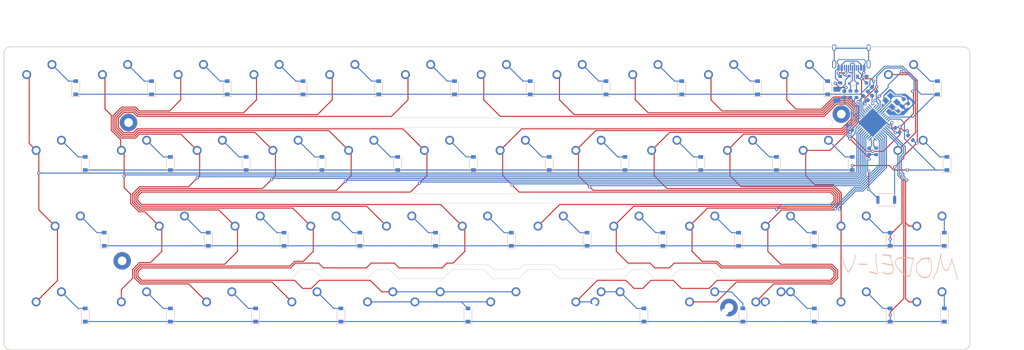
<source format=kicad_pcb>
(kicad_pcb (version 20221018) (generator pcbnew)
  (layers (0 "F.Cu" signal) (31 "B.Cu" signal) (34 "B.Paste" user) (35 "F.Paste" user) (36 "B.SilkS" user "B.Silkscreen") (37 "F.SilkS" user "F.Silkscreen") (38 "B.Mask" user) (39 "F.Mask" user) (44 "Edge.Cuts" user))
  (net 0 "")
  (net 1 "GND")
  (net 2 "VCC")
  (net 3 "col0")
  (net 4 "col1")
  (net 5 "col2")
  (net 6 "col3")
  (net 7 "col4")
  (net 8 "col5")
  (net 9 "col6")
  (net 10 "col7")
  (net 11 "col8")
  (net 12 "col9")
  (net 13 "col10")
  (net 14 "col11")
  (net 15 "row0")
  (net 16 "row1")
  (net 17 "row2")
  (net 18 "row3")
  (net 19 "Net-(D_1-Pad2)")
  (net 20 "Net-(D_2-Pad2)")
  (net 21 "Net-(D_3-Pad2)")
  (net 22 "Net-(D_4-Pad2)")
  (net 23 "Net-(D_5-Pad2)")
  (net 24 "Net-(D_6-Pad2)")
  (net 25 "Net-(D_7-Pad2)")
  (net 26 "Net-(D_8-Pad2)")
  (net 27 "Net-(D_9-Pad2)")
  (net 28 "Net-(D_10-Pad2)")
  (net 29 "Net-(D_11-Pad2)")
  (net 30 "Net-(D_12-Pad2)")
  (net 31 "Net-(D_13-Pad2)")
  (net 32 "Net-(D_14-Pad2)")
  (net 33 "Net-(D_15-Pad2)")
  (net 34 "Net-(D_16-Pad2)")
  (net 35 "Net-(D_17-Pad2)")
  (net 36 "Net-(D_18-Pad2)")
  (net 37 "Net-(D_19-Pad2)")
  (net 38 "Net-(D_20-Pad2)")
  (net 39 "Net-(D_21-Pad2)")
  (net 40 "Net-(D_22-Pad2)")
  (net 41 "Net-(D_23-Pad2)")
  (net 42 "Net-(D_24-Pad2)")
  (net 43 "Net-(D_25-Pad2)")
  (net 44 "Net-(D_26-Pad2)")
  (net 45 "Net-(D_27-Pad2)")
  (net 46 "Net-(D_28-Pad2)")
  (net 47 "Net-(D_29-Pad2)")
  (net 48 "Net-(D_30-Pad2)")
  (net 49 "Net-(D_31-Pad2)")
  (net 50 "Net-(D_32-Pad2)")
  (net 51 "Net-(D_33-Pad2)")
  (net 52 "Net-(D_34-Pad2)")
  (net 53 "Net-(D_35-Pad2)")
  (net 54 "Net-(D_36-Pad2)")
  (net 55 "Net-(D_37-Pad2)")
  (net 56 "Net-(D_38-Pad2)")
  (net 57 "Net-(D_40-Pad2)")
  (net 58 "Net-(D_39-Pad2)")
  (net 59 "Net-(D_41-Pad2)")
  (net 60 "Net-(D_42-Pad2)")
  (net 61 "Net-(D_43-Pad2)")
  (net 62 "Net-(D_44-Pad2)")
  (net 63 "Net-(D_45-Pad2)")
  (net 64 "Net-(D_46-Pad2)")
  (net 65 "+5V")
  (net 66 "Net-(C7-Pad1)")
  (net 67 "Net-(C8-Pad1)")
  (net 68 "Net-(C9-Pad1)")
  (net 69 "Net-(R1-Pad2)")
  (net 70 "Net-(R2-Pad2)")
  (net 71 "Net-(R3-Pad2)")
  (net 72 "D-")
  (net 73 "Net-(R4-Pad2)")
  (net 74 "D+")
  (net 75 "Net-(R5-Pad2)")
  (net 76 "Net-(R6-Pad2)")
  (net 77 "Net-(U1-Pad42)")
  (net 78 "Net-(U1-Pad20)")
  (net 79 "Net-(U1-Pad19)")
  (net 80 "Net-(U1-Pad18)")
  (net 81 "Net-(U1-Pad12)")
  (net 82 "Net-(U1-Pad11)")
  (net 83 "Net-(U1-Pad10)")
  (net 84 "Net-(U1-Pad9)")
  (net 85 "Net-(U1-Pad8)")
  (net 86 "Net-(U1-Pad1)")
  (net 87 "Net-(USB1-Pad3)")
  (net 88 "Net-(USB1-Pad9)")
  (net 89 "Net-(USB1-Pad13)")
  (footprint "MountingHole:MountingHole_2.2mm_M2_Pad" (layer "F.Cu") (at 210.575 16.924)
    (fp_text reference "H6")
    (fp_text value "MountingHole_Pad")
  )
  (footprint "MountingHole:MountingHole_2.2mm_M2_Pad" (layer "F.Cu") (at 182.325 65.559)
    (fp_text reference "H6" hide)
    (fp_text value "MountingHole_Pad")
  )
  (footprint "MountingHole:MountingHole_2.2mm_M2_Pad" (layer "F.Cu") (at 31.325 19.05)
    (fp_text reference "H1" hide)
    (fp_text value "MountingHole_Pad")
  )
  (footprint "MountingHole:MountingHole_2.2mm_M2_Pad" (layer "F.Cu") (at 29.725 53.824)
    (fp_text reference "H2" hide)
    (fp_text value "MountingHole_Pad")
  )
  (footprint "MX_Only:MXOnly-2.25U-ReversedStabilizers-NoLED" (layer "F.Cu") (at 107.15625 66.675)
    (fp_text reference "K_42")
    (fp_text value "KEYSW")
  )
  (footprint "MX_Only:MXOnly-1.25U-NoLED" (layer "F.Cu") (at 11.90625 66.675)
    (fp_text reference "K_37")
    (fp_text value "KEYSW")
  )
  (footprint "MX_Only:MXOnly-1U-NoLED" (layer "F.Cu") (at 104.775 9.525)
    (fp_text reference "K_6")
    (fp_text value "KEYSW")
  )
  (footprint "MX_Only:MXOnly-1U-NoLED" (layer "F.Cu") (at 157.1625 47.625)
    (fp_text reference "K_32")
    (fp_text value "KEYSW")
  )
  (footprint "MX_Only:MXOnly-1U-NoLED" (layer "F.Cu") (at 233.3625 66.675)
    (fp_text reference "K_50")
    (fp_text value "KEYSW")
  )
  (footprint "MX_Only:MXOnly-1U-NoLED" (layer "F.Cu") (at 195.2625 66.675)
    (fp_text reference "K_48")
    (fp_text value "KEYSW")
  )
  (footprint "MX_Only:MXOnly-1U-NoLED" (layer "F.Cu") (at 109.5375 28.575)
    (fp_text reference "K_18")
    (fp_text value "KEYSW")
  )
  (footprint "MX_Only:MXOnly-1U-NoLED" (layer "F.Cu") (at 138.1125 47.625)
    (fp_text reference "K_31")
    (fp_text value "KEYSW")
  )
  (footprint "MX_Only:MXOnly-1U-NoLED" (layer "F.Cu") (at 147.6375 28.575)
    (fp_text reference "K_20")
    (fp_text value "KEYSW")
  )
  (footprint "MX_Only:MXOnly-1U-NoLED" (layer "F.Cu") (at 185.7375 28.575)
    (fp_text reference "K_22")
    (fp_text value "KEYSW")
  )
  (footprint "MX_Only:MXOnly-1U-NoLED" (layer "F.Cu") (at 176.2125 47.625)
    (fp_text reference "K_33")
    (fp_text value "KEYSW")
  )
  (footprint "MX_Only:MXOnly-1U-NoLED" (layer "F.Cu") (at 119.0625 47.625)
    (fp_text reference "K_30")
    (fp_text value "KEYSW")
  )
  (footprint "MX_Only:MXOnly-1U-NoLED" (layer "F.Cu") (at 123.825 9.525)
    (fp_text reference "K_7")
    (fp_text value "KEYSW")
  )
  (footprint "MX_Only:MXOnly-1U-NoLED" (layer "F.Cu") (at 52.3875 28.575)
    (fp_text reference "K_15")
    (fp_text value "KEYSW")
  )
  (footprint "MX_Only:MXOnly-2U-ReversedStabilizers-NoLED" (layer "F.Cu") (at 147.6375 66.675)
    (fp_text reference "K_44")
    (fp_text value "KEYSW")
  )
  (footprint "MX_Only:MXOnly-1.75U-NoLED" (layer "F.Cu") (at 226.21875 9.525)
    (fp_text reference "K_12")
    (fp_text value "KEYSW")
  )
  (footprint "MX_Only:MXOnly-1U-NoLED" (layer "F.Cu") (at 90.4875 28.575)
    (fp_text reference "K_17")
    (fp_text value "KEYSW")
  )
  (footprint "MX_Only:MXOnly-1U-NoLED" (layer "F.Cu") (at 214.3125 66.675)
    (fp_text reference "K_49")
    (fp_text value "KEYSW")
  )
  (footprint "MX_Only:MXOnly-1U-NoLED" (layer "F.Cu") (at 42.8625 47.625)
    (fp_text reference "K_26")
    (fp_text value "KEYSW")
  )
  (footprint "MX_Only:MXOnly-1U-NoLED" (layer "F.Cu") (at 233.3625 47.625)
    (fp_text reference "K_36")
    (fp_text value "KEYSW")
  )
  (footprint "MX_Only:MXOnly-3U-ReversedStabilizers-NoLED" (layer "F.Cu") (at 95.25 66.675)
    (fp_text reference "K_41")
    (fp_text value "KEYSW")
  )
  (footprint "MX_Only:MXOnly-1U-NoLED" (layer "F.Cu") (at 142.875 9.525)
    (fp_text reference "K_8")
    (fp_text value "KEYSW")
  )
  (footprint "MX_Only:MXOnly-1U-NoLED" (layer "F.Cu") (at 28.575 9.525)
    (fp_text reference "K_2")
    (fp_text value "KEYSW")
  )
  (footprint "MX_Only:MXOnly-1U-NoLED" (layer "F.Cu") (at 200.025 9.525)
    (fp_text reference "K_11")
    (fp_text value "KEYSW")
  )
  (footprint "MX_Only:MXOnly-1U-NoLED" (layer "F.Cu") (at 85.725 9.525)
    (fp_text reference "K_5")
    (fp_text value "KEYSW")
  )
  (footprint "MX_Only:MXOnly-1U-NoLED" (layer "F.Cu") (at 161.925 9.525)
    (fp_text reference "K_9")
    (fp_text value "KEYSW")
  )
  (footprint "MX_Only:MXOnly-1.25U-NoLED" (layer "F.Cu") (at 11.90625 28.575)
    (fp_text reference "K_13")
    (fp_text value "KEYSW")
  )
  (footprint "MX_Only:MXOnly-1U-NoLED" (layer "F.Cu") (at 9.525 9.525)
    (fp_text reference "K_1")
    (fp_text value "KEYSW")
  )
  (footprint "MX_Only:MXOnly-1U-NoLED" (layer "F.Cu") (at 180.975 9.525)
    (fp_text reference "K_10")
    (fp_text value "KEYSW")
  )
  (footprint "MX_Only:MXOnly-1U-NoLED" (layer "F.Cu") (at 71.4375 28.575)
    (fp_text reference "K_16")
    (fp_text value "KEYSW")
  )
  (footprint "MX_Only:MXOnly-1U-NoLED" (layer "F.Cu") (at 33.3375 28.575)
    (fp_text reference "K_14")
    (fp_text value "KEYSW")
  )
  (footprint "MX_Only:MXOnly-1U-NoLED" (layer "F.Cu") (at 214.3125 47.625)
    (fp_text reference "K_35")
    (fp_text value "KEYSW")
  )
  (footprint "MX_Only:MXOnly-1U-NoLED" (layer "F.Cu") (at 195.2625 47.625)
    (fp_text reference "K_34")
    (fp_text value "KEYSW")
  )
  (footprint "MX_Only:MXOnly-1U-NoLED" (layer "F.Cu") (at 176.2125 66.675)
    (fp_text reference "K_46")
    (fp_text value "KEYSW")
  )
  (footprint "MX_Only:MXOnly-1U-NoLED" (layer "F.Cu") (at 76.2 66.675)
    (fp_text reference "K_40")
    (fp_text value "KEYSW")
  )
  (footprint "MX_Only:MXOnly-1U-NoLED" (layer "F.Cu") (at 80.9625 47.625)
    (fp_text reference "K_28")
    (fp_text value "KEYSW")
  )
  (footprint "MX_Only:MXOnly-1U-NoLED" (layer "F.Cu") (at 47.625 9.525)
    (fp_text reference "K_3")
    (fp_text value "KEYSW")
  )
  (footprint "MX_Only:MXOnly-3U-ReversedStabilizers-NoLED" (layer "F.Cu") (at 152.4 66.675)
    (fp_text reference "K_45")
    (fp_text value "KEYSW")
  )
  (footprint "MX_Only:MXOnly-1.25U-NoLED" (layer "F.Cu") (at 192.88125 66.675)
    (fp_text reference "K_47")
    (fp_text value "KEYSW")
  )
  (footprint "MX_Only:MXOnly-1U-NoLED" (layer "F.Cu") (at 33.3375 66.675)
    (fp_text reference "K_38")
    (fp_text value "KEYSW")
  )
  (footprint "MX_Only:MXOnly-1U-NoLED" (layer "F.Cu") (at 100.0125 47.625)
    (fp_text reference "K_29")
    (fp_text value "KEYSW")
  )
  (footprint "MX_Only:MXOnly-1.5U-NoLED" (layer "F.Cu") (at 228.6 28.575)
    (fp_text reference "K_24")
    (fp_text value "KEYSW")
  )
  (footprint "MX_Only:MXOnly-1U-NoLED" (layer "F.Cu") (at 166.6875 28.575)
    (fp_text reference "K_21")
    (fp_text value "KEYSW")
  )
  (footprint "MX_Only:MXOnly-1.75U-NoLED" (layer "F.Cu") (at 16.66875 47.625)
    (fp_text reference "K_25")
    (fp_text value "KEYSW")
  )
  (footprint "MX_Only:MXOnly-1U-NoLED" (layer "F.Cu") (at 61.9125 47.625)
    (fp_text reference "K_27")
    (fp_text value "KEYSW")
  )
  (footprint "MX_Only:MXOnly-1.25U-NoLED" (layer "F.Cu") (at 54.76875 66.675)
    (fp_text reference "K_39")
    (fp_text value "KEYSW")
  )
  (footprint "MX_Only:MXOnly-6.25U-ReversedStabilizers-NoLED" (layer "F.Cu") (at 126.20625 66.675)
    (fp_text reference "K_43")
    (fp_text value "KEYSW")
  )
  (footprint "MX_Only:MXOnly-1U-NoLED" (layer "F.Cu") (at 204.7875 28.575)
    (fp_text reference "K_23")
    (fp_text value "KEYSW")
  )
  (footprint "MX_Only:MXOnly-1U-NoLED" (layer "F.Cu") (at 128.5875 28.575)
    (fp_text reference "K_19")
    (fp_text value "KEYSW")
  )
  (footprint "MX_Only:MXOnly-1U-NoLED" (layer "F.Cu") (at 66.675 9.525)
    (fp_text reference "K_4")
    (fp_text value "KEYSW")
  )
  (footprint "Button_Switch_SMD:SW_Push_SPST_NO_Alps_SKRK" (layer "B.Cu") (at 221.869 38.481)
    (fp_text reference "SW1" hide)
    (fp_text value "SW_Push")
  )
  (footprint "Diode_SMD:D_SOD-123" (layer "B.Cu") (at 234.74875 10.275 90)
    (fp_text reference "D_12" hide)
    (fp_text value "D")
  )
  (footprint "Fuse:Fuse_1206_3216Metric" (layer "B.Cu") (at 209.423 12.065 90)
    (fp_text reference "F1" hide)
    (fp_text value "500mA")
  )
  (footprint "random-keyboard-parts:SOT143B" (layer "B.Cu") (at 213.614 8.255 180)
    (fp_text reference "U2" hide)
    (fp_text value "PRTR5V0U2X")
  )
  (footprint "Type-C:HRO-TYPE-C-31-M-12-Assembly" (layer "B.Cu") (at 213.106 -2.413)
    (fp_text reference "USB1" hide)
    (fp_text value "HRO-TYPE-C-31-M-12")
  )
  (footprint "Resistor_SMD:R_0603_1608Metric" (layer "B.Cu") (at 214.376 11.938 90)
    (fp_text reference "R4" hide)
    (fp_text value "22")
  )
  (footprint "Resistor_SMD:R_0603_1608Metric" (layer "B.Cu") (at 212.852 11.938 90)
    (fp_text reference "R3" hide)
    (fp_text value "22")
  )
  (footprint "Resistor_SMD:R_0603_1608Metric" (layer "B.Cu") (at 210.312 8.255 90)
    (fp_text reference "R2" hide)
    (fp_text value "5.1k")
  )
  (footprint "Resistor_SMD:R_0603_1608Metric" (layer "B.Cu") (at 216.916 8.255 90)
    (fp_text reference "R1" hide)
    (fp_text value "5.1k")
  )
  (footprint "Capacitor_SMD:C_0603_1608Metric" (layer "B.Cu") (at 212.765008 20.360008 135)
    (fp_text reference "C2" hide)
    (fp_text value "0.1uF")
  )
  (footprint "Capacitor_SMD:C_0603_1608Metric" (layer "B.Cu") (at 217.551 26.302 -90)
    (fp_text reference "C3" hide)
    (fp_text value "0.1uF")
  )
  (footprint "Capacitor_SMD:C_0603_1608Metric" (layer "B.Cu") (at 224.663 20.955 -45)
    (fp_text reference "C4" hide)
    (fp_text value "0.1uF")
  )
  (footprint "Capacitor_SMD:C_0603_1608Metric" (layer "B.Cu") (at 217.764992 12.867008 45)
    (fp_text reference "C5" hide)
    (fp_text value "0.1uF")
  )
  (footprint "Capacitor_SMD:C_0603_1608Metric" (layer "B.Cu") (at 218.821 10.668 135)
    (fp_text reference "C6" hide)
    (fp_text value "0.1uF")
  )
  (footprint "Capacitor_SMD:C_0603_1608Metric" (layer "B.Cu") (at 216.662 11.811 45)
    (fp_text reference "C7" hide)
    (fp_text value "1uF")
  )
  (footprint "Capacitor_SMD:C_0603_1608Metric" (layer "B.Cu") (at 225.425 15.621 45)
    (fp_text reference "C8" hide)
    (fp_text value "22pF")
  )
  (footprint "Capacitor_SMD:C_0603_1608Metric" (layer "B.Cu") (at 226.822 13.716 -45)
    (fp_text reference "C9" hide)
    (fp_text value "22pF")
  )
  (footprint "Crystal:Crystal_SMD_3225-4Pin_3.2x2.5mm" (layer "B.Cu") (at 223.139 13.716 135)
    (fp_text reference "Y1" hide)
    (fp_text value "16MHz")
  )
  (footprint "Package_DFN_QFN:QFN-44-1EP_7x7mm_P0.5mm_EP5.2x5.2mm" (layer "B.Cu") (at 218.44 19.05 -45)
    (fp_text reference "U1" hide)
    (fp_text value "ATmega32U4-MU")
  )
  (footprint "Capacitor_SMD:C_0603_1608Metric" (layer "B.Cu") (at 211.328 11.938 90)
    (fp_text reference "C1" hide)
    (fp_text value "10uF")
  )
  (footprint "Resistor_SMD:R_0603_1608Metric" (layer "B.Cu") (at 219.329 26.289 90)
    (fp_text reference "R5" hide)
    (fp_text value "10k")
  )
  (footprint "Resistor_SMD:R_0603_1608Metric" (layer "B.Cu") (at 227.965 22.86 -45)
    (fp_text reference "R6" hide)
    (fp_text value "10k")
  )
  (footprint "Diode_SMD:D_SOD-123" (layer "B.Cu") (at 236.474 48.379 90)
    (fp_text reference "D_36" hide)
    (fp_text value "D")
  )
  (footprint "random-keyboard-parts:model-v" (layer "B.Cu") (at 225.044 55.118 180)
    (fp_text reference "G***" hide)
    (fp_text value "LOGO" hide)
  )
  (footprint "Diode_SMD:D_SOD-123" (layer "B.Cu") (at 236.474 67.429 90)
    (fp_text reference "D_46" hide)
    (fp_text value "D")
  )
  (footprint "Diode_SMD:D_SOD-123" (layer "B.Cu") (at 203.7875 67.429 90)
    (fp_text reference "D_44" hide)
    (fp_text value "D")
  )
  (footprint "Diode_SMD:D_SOD-123" (layer "B.Cu") (at 41.8625 29.329 90)
    (fp_text reference "D_14" hide)
    (fp_text value "D")
  )
  (footprint "Diode_SMD:D_SOD-123" (layer "B.Cu") (at 156.1625 29.329 90)
    (fp_text reference "D_20" hide)
    (fp_text value "D")
  )
  (footprint "Diode_SMD:D_SOD-123" (layer "B.Cu") (at 189.5 10.279 90)
    (fp_text reference "D_10" hide)
    (fp_text value "D")
  )
  (footprint "Diode_SMD:D_SOD-123" (layer "B.Cu") (at 194.2625 29.329 90)
    (fp_text reference "D_22" hide)
    (fp_text value "D")
  )
  (footprint "Diode_SMD:D_SOD-123" (layer "B.Cu") (at 20.43625 29.325 90)
    (fp_text reference "D_13" hide)
    (fp_text value "D")
  )
  (footprint "Diode_SMD:D_SOD-123" (layer "B.Cu") (at 41.8625 67.429 90)
    (fp_text reference "D_38" hide)
    (fp_text value "D")
  )
  (footprint "Diode_SMD:D_SOD-123" (layer "B.Cu") (at 184.7375 48.379 90)
    (fp_text reference "D_33" hide)
    (fp_text value "D")
  )
  (footprint "Diode_SMD:D_SOD-123" (layer "B.Cu") (at 222.8375 67.429 90)
    (fp_text reference "D_45" hide)
    (fp_text value "D")
  )
  (footprint "Diode_SMD:D_SOD-123" (layer "B.Cu") (at 113.3 10.279 90)
    (fp_text reference "D_6" hide)
    (fp_text value "D")
  )
  (footprint "Diode_SMD:D_SOD-123" (layer "B.Cu") (at 165.6875 48.379 90)
    (fp_text reference "D_32" hide)
    (fp_text value "D")
  )
  (footprint "Diode_SMD:D_SOD-123" (layer "B.Cu") (at 37.1 10.279 90)
    (fp_text reference "D_2" hide)
    (fp_text value "D")
  )
  (footprint "Diode_SMD:D_SOD-123" (layer "B.Cu") (at 63.29875 67.425 90)
    (fp_text reference "D_39" hide)
    (fp_text value "D")
  )
  (footprint "Diode_SMD:D_SOD-123" (layer "B.Cu") (at 207.137 10.279 90)
    (fp_text reference "D_11" hide)
    (fp_text value "D")
  )
  (footprint "Diode_SMD:D_SOD-123" (layer "B.Cu") (at 20.43625 67.425 90)
    (fp_text reference "D_37" hide)
    (fp_text value "D")
  )
  (footprint "Diode_SMD:D_SOD-123" (layer "B.Cu") (at 127.5875 48.379 90)
    (fp_text reference "D_30" hide)
    (fp_text value "D")
  )
  (footprint "Diode_SMD:D_SOD-123" (layer "B.Cu") (at 70.4375 48.379 90)
    (fp_text reference "D_27" hide)
    (fp_text value "D")
  )
  (footprint "Diode_SMD:D_SOD-123" (layer "B.Cu") (at 118.0625 29.329 90)
    (fp_text reference "D_18" hide)
    (fp_text value "D")
  )
  (footprint "Diode_SMD:D_SOD-123" (layer "B.Cu") (at 237.13 29.325 90)
    (fp_text reference "D_24" hide)
    (fp_text value "D")
  )
  (footprint "Diode_SMD:D_SOD-123" (layer "B.Cu") (at 160.93 67.425 90)
    (fp_text reference "D_42" hide)
    (fp_text value "D")
  )
  (footprint "Diode_SMD:D_SOD-123" (layer "B.Cu") (at 99.0125 29.329 90)
    (fp_text reference "D_17" hide)
    (fp_text value "D")
  )
  (footprint "Diode_SMD:D_SOD-123" (layer "B.Cu") (at 213.3125 29.329 90)
    (fp_text reference "D_23" hide)
    (fp_text value "D")
  )
  (footprint "Diode_SMD:D_SOD-123" (layer "B.Cu") (at 116.68125 67.437 90)
    (fp_text reference "D_41" hide)
    (fp_text value "D")
  )
  (footprint "Diode_SMD:D_SOD-123" (layer "B.Cu") (at 170.45 10.279 90)
    (fp_text reference "D_9" hide)
    (fp_text value "D")
  )
  (footprint "Diode_SMD:D_SOD-123" (layer "B.Cu") (at 151.4 10.279 90)
    (fp_text reference "D_8" hide)
    (fp_text value "D")
  )
  (footprint "Diode_SMD:D_SOD-123" (layer "B.Cu") (at 108.5375 48.379 90)
    (fp_text reference "D_29" hide)
    (fp_text value "D")
  )
  (footprint "Diode_SMD:D_SOD-123" (layer "B.Cu") (at 146.6375 48.379 90)
    (fp_text reference "D_31" hide)
    (fp_text value "D")
  )
  (footprint "Diode_SMD:D_SOD-123" (layer "B.Cu") (at 60.9125 29.329 90)
    (fp_text reference "D_15" hide)
    (fp_text value "D")
  )
  (footprint "Diode_SMD:D_SOD-123" (layer "B.Cu") (at 79.9625 29.329 90)
    (fp_text reference "D_16" hide)
    (fp_text value "D")
  )
  (footprint "Diode_SMD:D_SOD-123" (layer "B.Cu") (at 18.05 10.279 90)
    (fp_text reference "D_1" hide)
    (fp_text value "D")
  )
  (footprint "Diode_SMD:D_SOD-123" (layer "B.Cu") (at 56.15 10.279 90)
    (fp_text reference "D_3" hide)
    (fp_text value "D")
  )
  (footprint "Diode_SMD:D_SOD-123" (layer "B.Cu") (at 89.4875 48.379 90)
    (fp_text reference "D_28" hide)
    (fp_text value "D")
  )
  (footprint "Diode_SMD:D_SOD-123" (layer "B.Cu") (at 132.35 10.279 90)
    (fp_text reference "D_7" hide)
    (fp_text value "D")
  )
  (footprint "Diode_SMD:D_SOD-123" (layer "B.Cu") (at 75.2 10.279 90)
    (fp_text reference "D_4" hide)
    (fp_text value "D")
  )
  (footprint "Diode_SMD:D_SOD-123" (layer "B.Cu") (at 94.25 10.279 90)
    (fp_text reference "D_5" hide)
    (fp_text value "D")
  )
  (footprint "Diode_SMD:D_SOD-123" (layer "B.Cu") (at 137.1125 29.329 90)
    (fp_text reference "D_19" hide)
    (fp_text value "D")
  )
  (footprint "Diode_SMD:D_SOD-123" (layer "B.Cu") (at 203.7875 48.379 90)
    (fp_text reference "D_34" hide)
    (fp_text value "D")
  )
  (footprint "Diode_SMD:D_SOD-123" (layer "B.Cu") (at 25.19875 48.375 90)
    (fp_text reference "D_25" hide)
    (fp_text value "D")
  )
  (footprint "Diode_SMD:D_SOD-123" (layer "B.Cu") (at 175.2125 29.329 90)
    (fp_text reference "D_21" hide)
    (fp_text value "D")
  )
  (footprint "Diode_SMD:D_SOD-123" (layer "B.Cu") (at 185.801 67.429 90)
    (fp_text reference "D_43" hide)
    (fp_text value "D")
  )
  (footprint "Diode_SMD:D_SOD-123" (layer "B.Cu") (at 222.8375 48.379 90)
    (fp_text reference "D_35" hide)
    (fp_text value "D")
  )
  (footprint "Diode_SMD:D_SOD-123" (layer "B.Cu") (at 84.725 67.429 90)
    (fp_text reference "D_40" hide)
    (fp_text value "D")
  )
  (footprint "Diode_SMD:D_SOD-123" (layer "B.Cu") (at 51.3875 48.379 90)
    (fp_text reference "D_26" hide)
    (fp_text value "D")
  )
  (gr_arc (start 242.8875 74.6125) (mid 242.422532 75.735032) (end 241.3 76.2) (stroke (width 0.2)) (layer "Edge.Cuts"))
  (gr_arc (start 0 1.5875) (mid 0.464968 0.464968) (end 1.5875 0) (stroke (width 0.2)) (layer "Edge.Cuts"))
  (gr_arc (start 241.3 0) (mid 242.422532 0.464968) (end 242.8875 1.5875) (stroke (width 0.2)) (layer "Edge.Cuts"))
  (gr_arc (start 1.5875 76.2) (mid 0.464968 75.735032) (end 0 74.6125) (stroke (width 0.2)) (layer "Edge.Cuts"))
  (gr_line (start 0 74.6125) (end 0 1.5875) (stroke (width 0.2)) (layer "Edge.Cuts"))
  (gr_line (start 1.5875 0) (end 241.3 0) (stroke (width 0.2)) (layer "Edge.Cuts"))
  (gr_line (start 242.8875 1.5875) (end 242.8875 74.6125) (stroke (width 0.2)) (layer "Edge.Cuts"))
  (gr_line (start 241.3 76.2) (end 1.5875 76.2) (stroke (width 0.2)) (layer "Edge.Cuts"))
  (gr_arc (start 207.16875 17.859375) (mid 208.359375 19.05) (end 207.16875 20.240625) (stroke (width 0.1)) (layer "Edge.Cuts"))
  (gr_line (start 207.16875 39.290625) (end 35.321875 39.290625) (stroke (width 0.1)) (layer "Edge.Cuts"))
  (gr_arc (start 207.16875 55.959375) (mid 208.359375 57.15) (end 207.16875 58.340625) (stroke (width 0.1)) (layer "Edge.Cuts"))
  (gr_line (start 35.321875 36.909375) (end 207.16875 36.909375) (stroke (width 0.1)) (layer "Edge.Cuts"))
  (gr_arc (start 35.321875 58.340625) (mid 34.13125 57.15) (end 35.321875 55.959375) (stroke (width 0.1)) (layer "Edge.Cuts"))
  (gr_line (start 77.7875 55.959375) (end 80.16875 58.340625) (stroke (width 0.1)) (layer "Edge.Cuts"))
  (gr_line (start 73.421875 54.76875) (end 72.23125 55.959375) (stroke (width 0.1)) (layer "Edge.Cuts"))
  (gr_line (start 78.978125 54.76875) (end 80.16875 55.959375) (stroke (width 0.1)) (layer "Edge.Cuts"))
  (gr_line (start 73.421875 54.76875) (end 78.978125 54.76875) (stroke (width 0.1)) (layer "Edge.Cuts"))
  (gr_line (start 74.6125 55.959375) (end 77.7875 55.959375) (stroke (width 0.1)) (layer "Edge.Cuts"))
  (gr_line (start 169.8625 55.959375) (end 167.48125 58.340625) (stroke (width 0.1)) (layer "Edge.Cuts"))
  (gr_line (start 177.8 55.959375) (end 180.18125 58.340625) (stroke (width 0.1)) (layer "Edge.Cuts"))
  (gr_line (start 168.671875 54.76875) (end 167.48125 55.959375) (stroke (width 0.1)) (layer "Edge.Cuts"))
  (gr_line (start 168.671875 54.76875) (end 178.990625 54.76875) (stroke (width 0.1)) (layer "Edge.Cuts"))
  (gr_line (start 169.8625 55.959375) (end 177.8 55.959375) (stroke (width 0.1)) (layer "Edge.Cuts"))
  (gr_line (start 178.990625 54.76875) (end 180.18125 55.959375) (stroke (width 0.1)) (layer "Edge.Cuts"))
  (gr_line (start 35.321875 55.959375) (end 72.23125 55.959375) (stroke (width 0.1)) (layer "Edge.Cuts"))
  (gr_line (start 80.16875 55.959375) (end 91.28125 55.959375) (stroke (width 0.1)) (layer "Edge.Cuts"))
  (gr_line (start 99.21875 55.959375) (end 110.33125 55.959375) (stroke (width 0.1)) (layer "Edge.Cuts"))
  (gr_line (start 123.03125 55.959375) (end 129.38125 55.959375) (stroke (width 0.1)) (layer "Edge.Cuts"))
  (gr_line (start 139.7 55.959375) (end 155.575 55.959375) (stroke (width 0.1)) (layer "Edge.Cuts"))
  (gr_line (start 163.5125 55.959375) (end 167.48125 55.959375) (stroke (width 0.1)) (layer "Edge.Cuts"))
  (gr_line (start 180.18125 55.959375) (end 207.16875 55.959375) (stroke (width 0.1)) (layer "Edge.Cuts"))
  (gr_line (start 207.16875 58.340625) (end 180.18125 58.340625) (stroke (width 0.1)) (layer "Edge.Cuts"))
  (gr_line (start 167.48125 58.340625) (end 163.5125 58.340625) (stroke (width 0.1)) (layer "Edge.Cuts"))
  (gr_line (start 155.575 58.340625) (end 139.7 58.340625) (stroke (width 0.1)) (layer "Edge.Cuts"))
  (gr_line (start 129.38125 58.340625) (end 123.03125 58.340625) (stroke (width 0.1)) (layer "Edge.Cuts"))
  (gr_line (start 110.33125 58.340625) (end 99.21875 58.340625) (stroke (width 0.1)) (layer "Edge.Cuts"))
  (gr_line (start 91.28125 58.340625) (end 80.16875 58.340625) (stroke (width 0.1)) (layer "Edge.Cuts"))
  (gr_line (start 72.23125 58.340625) (end 35.321875 58.340625) (stroke (width 0.1)) (layer "Edge.Cuts"))
  (gr_line (start 98.028125 54.76875) (end 99.21875 55.959375) (stroke (width 0.1)) (layer "Edge.Cuts"))
  (gr_line (start 92.471875 54.76875) (end 98.028125 54.76875) (stroke (width 0.1)) (layer "Edge.Cuts"))
  (gr_line (start 120.65 55.959375) (end 123.03125 58.340625) (stroke (width 0.1)) (layer "Edge.Cuts"))
  (gr_line (start 131.7625 55.959375) (end 129.38125 58.340625) (stroke (width 0.1)) (layer "Edge.Cuts"))
  (gr_line (start 156.765625 54.76875) (end 155.575 55.959375) (stroke (width 0.1)) (layer "Edge.Cuts"))
  (gr_line (start 74.6125 55.959375) (end 72.23125 58.340625) (stroke (width 0.1)) (layer "Edge.Cuts"))
  (gr_line (start 161.13125 55.959375) (end 163.5125 58.340625) (stroke (width 0.1)) (layer "Edge.Cuts"))
  (gr_line (start 157.95625 55.959375) (end 155.575 58.340625) (stroke (width 0.1)) (layer "Edge.Cuts"))
  (gr_line (start 93.6625 55.959375) (end 96.8375 55.959375) (stroke (width 0.1)) (layer "Edge.Cuts"))
  (gr_line (start 35.321875 17.859375) (end 207.16875 17.859375) (stroke (width 0.1)) (layer "Edge.Cuts"))
  (gr_line (start 92.471875 54.76875) (end 91.28125 55.959375) (stroke (width 0.1)) (layer "Edge.Cuts"))
  (gr_line (start 207.16875 20.240625) (end 35.321875 20.240625) (stroke (width 0.1)) (layer "Edge.Cuts"))
  (gr_arc (start 35.321875 39.290625) (mid 34.13125 38.1) (end 35.321875 36.909375) (stroke (width 0.1)) (layer "Edge.Cuts"))
  (gr_line (start 162.321875 54.76875) (end 163.5125 55.959375) (stroke (width 0.1)) (layer "Edge.Cuts"))
  (gr_line (start 121.840625 54.76875) (end 123.03125 55.959375) (stroke (width 0.1)) (layer "Edge.Cuts"))
  (gr_line (start 111.521875 54.76875) (end 110.33125 55.959375) (stroke (width 0.1)) (layer "Edge.Cuts"))
  (gr_arc (start 35.321875 20.240625) (mid 34.13125 19.05) (end 35.321875 17.859375) (stroke (width 0.1)) (layer "Edge.Cuts"))
  (gr_line (start 156.765625 54.76875) (end 162.321875 54.76875) (stroke (width 0.1)) (layer "Edge.Cuts"))
  (gr_line (start 111.521875 54.76875) (end 121.840625 54.76875) (stroke (width 0.1)) (layer "Edge.Cuts"))
  (gr_line (start 96.8375 55.959375) (end 99.21875 58.340625) (stroke (width 0.1)) (layer "Edge.Cuts"))
  (gr_line (start 112.7125 55.959375) (end 110.33125 58.340625) (stroke (width 0.1)) (layer "Edge.Cuts"))
  (gr_line (start 130.571875 54.76875) (end 138.509375 54.76875) (stroke (width 0.1)) (layer "Edge.Cuts"))
  (gr_line (start 130.571875 54.76875) (end 129.38125 55.959375) (stroke (width 0.1)) (layer "Edge.Cuts"))
  (gr_line (start 138.509375 54.76875) (end 139.7 55.959375) (stroke (width 0.1)) (layer "Edge.Cuts"))
  (gr_line (start 137.31875 55.959375) (end 139.7 58.340625) (stroke (width 0.1)) (layer "Edge.Cuts"))
  (gr_line (start 157.95625 55.959375) (end 161.13125 55.959375) (stroke (width 0.1)) (layer "Edge.Cuts"))
  (gr_line (start 131.7625 55.959375) (end 137.31875 55.959375) (stroke (width 0.1)) (layer "Edge.Cuts"))
  (gr_line (start 93.6625 55.959375) (end 91.28125 58.340625) (stroke (width 0.1)) (layer "Edge.Cuts"))
  (gr_arc (start 207.16875 36.909375) (mid 208.359375 38.1) (end 207.16875 39.290625) (stroke (width 0.1)) (layer "Edge.Cuts"))
  (gr_line (start 112.7125 55.959375) (end 120.65 55.959375) (stroke (width 0.1)) (layer "Edge.Cuts"))
  (segment (start 212.709505 23.10781) (end 217.551 27.949305) (width 0.25) (layer "F.Cu") (net 1))
  (segment (start 209.042 9.144) (end 210.124653 10.226653) (width 0.25) (layer "F.Cu") (net 1))
  (segment (start 215.669497 8.016276) (end 215.669497 12.930503) (width 0.25) (layer "F.Cu") (net 1))
  (segment (start 215.646 7.992779) (end 215.669497 8.016276) (width 0.25) (layer "F.Cu") (net 1))
  (segment (start 210.124653 10.226653) (end 211.775653 10.226653) (width 0.25) (layer "F.Cu") (net 1))
  (segment (start 216.194028 6.502721) (end 215.646 7.050749) (width 0.25) (layer "F.Cu") (net 1))
  (segment (start 217.551 27.949305) (end 217.551 28.194) (width 0.25) (layer "F.Cu") (net 1))
  (segment (start 217.451665 35.841665) (end 217.462954 35.852954) (width 0.25) (layer "F.Cu") (net 1))
  (segment (start 223.266 19.05) (end 223.266 20.701) (width 0.25) (layer "F.Cu") (net 1))
  (segment (start 223.266 20.701) (end 224.155 21.59) (width 0.25) (layer "F.Cu") (net 1))
  (segment (start 215.669497 12.930503) (end 214.779472 13.820528) (width 0.25) (layer "F.Cu") (net 1))
  (segment (start 215.646 7.050749) (end 215.646 7.992779) (width 0.25) (layer "F.Cu") (net 1))
  (segment (start 217.451665 31.242) (end 217.451665 35.841665) (width 0.25) (layer "F.Cu") (net 1))
  (segment (start 215.669497 8.016276) (end 218.074276 8.016276) (width 0.25) (layer "F.Cu") (net 1))
  (segment (start 218.074276 8.016276) (end 218.697948 8.639948) (width 0.25) (layer "F.Cu") (net 1))
  (via (at 215.669497 8.016276) (size 0.8) (drill 0.4) (layers "F.Cu" "B.Cu") (net 1))
  (via (at 216.194028 6.502721) (size 0.8) (drill 0.4) (layers "F.Cu" "B.Cu") (net 1))
  (via (at 209.042 9.144) (size 0.8) (drill 0.4) (layers "F.Cu" "B.Cu") (net 1))
  (via (at 214.779472 13.820528) (size 0.8) (drill 0.4) (layers "F.Cu" "B.Cu") (net 1))
  (via (at 223.266 19.05) (size 0.8) (drill 0.4) (layers "F.Cu" "B.Cu") (net 1))
  (via (at 217.551 28.194) (size 0.8) (drill 0.4) (layers "F.Cu" "B.Cu") (net 1))
  (via (at 211.775653 10.226653) (size 0.8) (drill 0.4) (layers "F.Cu" "B.Cu") (net 1))
  (via (at 217.462954 35.852954) (size 0.8) (drill 0.4) (layers "F.Cu" "B.Cu") (net 1))
  (via (at 212.709505 23.10781) (size 0.8) (drill 0.4) (layers "F.Cu" "B.Cu") (net 1))
  (via (at 217.451665 31.242) (size 0.8) (drill 0.4) (layers "F.Cu" "B.Cu") (net 1))
  (via (at 218.697948 8.639948) (size 0.8) (drill 0.4) (layers "F.Cu" "B.Cu") (net 1))
  (via (at 218.450304 14.24287) (size 0.8) (drill 0.4) (layers "F.Cu" "B.Cu") (net 1))
  (via (at 224.155 21.59) (size 0.8) (drill 0.4) (layers "F.Cu" "B.Cu") (net 1))
  (segment (start 209.881 5.282) (end 209.078999 6.084001) (width 0.25) (layer "B.Cu") (net 1))
  (segment (start 215.125276 8.016276) (end 214.614 7.505) (width 0.25) (layer "B.Cu") (net 1))
  (segment (start 209.078999 7.846999) (end 210.312 9.08) (width 0.25) (layer "B.Cu") (net 1))
  (segment (start 215.669497 8.016276) (end 215.125276 8.016276) (width 0.25) (layer "B.Cu") (net 1))
  (segment (start 216.331 5.282) (end 216.331 6.365749) (width 0.25) (layer "B.Cu") (net 1))
  (segment (start 216.331 6.365749) (end 216.194028 6.502721) (width 0.25) (layer "B.Cu") (net 1))
  (segment (start 209.078999 6.084001) (end 209.078999 7.846999) (width 0.25) (layer "B.Cu") (net 1))
  (segment (start 220.092862 15.982924) (end 220.092862 16.000138) (width 0.25) (layer "B.Cu") (net 1))
  (segment (start 209.881 4.427002) (end 209.58601 4.132012) (width 0.2) (layer "B.Cu") (net 1))
  (segment (start 209.881 5.282) (end 209.881 4.427002) (width 0.2) (layer "B.Cu") (net 1))
  (segment (start 222.460107 11.092893) (end 223.309893 11.092893) (width 0.25) (layer "B.Cu") (net 1))
  (segment (start 214.665818 19.995755) (end 215.611573 19.05) (width 0.25) (layer "B.Cu") (net 1))
  (segment (start 214.251791 20.409782) (end 214.251791 21.187585) (width 0.25) (layer "B.Cu") (net 1))
  (segment (start 215.669497 8.016276) (end 215.852276 8.016276) (width 0.25) (layer "B.Cu") (net 1))
  (segment (start 211.328 11.163) (end 211.328 10.674306) (width 0.25) (layer "B.Cu") (net 1))
  (segment (start 209.939018 3.18898) (end 216.272982 3.18898) (width 0.2) (layer "B.Cu") (net 1))
  (segment (start 216.331 4.440002) (end 216.621001 4.150001) (width 0.2) (layer "B.Cu") (net 1))
  (segment (start 217.551 27.077) (end 219.292 27.077) (width 0.25) (layer "B.Cu") (net 1))
  (segment (start 211.991971 20.037029) (end 212.217 19.812) (width 0.25) (layer "B.Cu") (net 1))
  (segment (start 221.265167 13.044248) (end 221.265167 12.287833) (width 0.25) (layer "B.Cu") (net 1))
  (segment (start 222.567736 19.642202) (end 222.673798 19.642202) (width 0.25) (layer "B.Cu") (net 1))
  (segment (start 223.309893 11.092893) (end 224.155 11.938) (width 0.25) (layer "B.Cu") (net 1))
  (segment (start 215.852276 8.016276) (end 216.916 9.08) (width 0.25) (layer "B.Cu") (net 1))
  (segment (start 217.256992 11.262992) (end 218.313 12.319) (width 0.25) (layer "B.Cu") (net 1))
  (segment (start 217.451665 31.242) (end 217.176675 30.96701) (width 0.25) (layer "B.Cu") (net 1))
  (segment (start 218.697948 8.639948) (end 218.697948 9.695036) (width 0.25) (layer "B.Cu") (net 1))
  (segment (start 226.781992 14.264008) (end 225.973008 15.072992) (width 0.25) (layer "B.Cu") (net 1))
  (segment (start 215.726478 17.043585) (end 217.732893 19.05) (width 0.25) (layer "B.Cu") (net 1))
  (segment (start 218.272992 10.200008) (end 217.210008 11.262992) (width 0.25) (layer "B.Cu") (net 1))
  (segment (start 217.494245 22.824182) (end 218.44 21.878427) (width 0.25) (layer "B.Cu") (net 1))
  (segment (start 217.176675 30.96701) (end 217.176675 28.568325) (width 0.25) (layer "B.Cu") (net 1))
  (segment (start 222.11554 19.225378) (end 221.940162 19.05) (width 0.25) (layer "B.Cu") (net 1))
  (segment (start 221.760142 13.539223) (end 221.760142 14.315644) (width 0.25) (layer "B.Cu") (net 1))
  (segment (start 216.331 5.282) (end 216.331 4.440002) (width 0.2) (layer "B.Cu") (net 1))
  (segment (start 218.272992 10.119992) (end 218.272992 10.200008) (width 0.25) (layer "B.Cu") (net 1))
  (segment (start 209.58601 3.541988) (end 209.939018 3.18898) (width 0.2) (layer "B.Cu") (net 1))
  (segment (start 218.313 12.319) (end 218.313 14.105566) (width 0.25) (layer "B.Cu") (net 1))
  (segment (start 210.312 9.08) (end 209.106 9.08) (width 0.25) (layer "B.Cu") (net 1))
  (segment (start 213.995 21.444376) (end 213.995 21.884944) (width 0.25) (layer "B.Cu") (net 1))
  (segment (start 226.441 11.938) (end 227.370008 12.867008) (width 0.25) (layer "B.Cu") (net 1))
  (segment (start 217.551 27.077) (end 217.551 28.194) (width 0.25) (layer "B.Cu") (net 1))
  (segment (start 217.176675 28.568325) (end 217.551 28.194) (width 0.25) (layer "B.Cu") (net 1))
  (segment (start 225.973008 15.072992) (end 225.698073 15.072992) (width 0.25) (layer "B.Cu") (net 1))
  (segment (start 212.709505 23.10781) (end 211.991971 22.390276) (width 0.25) (layer "B.Cu") (net 1))
  (segment (start 213.995 21.884944) (end 212.772134 23.10781) (width 0.25) (layer "B.Cu") (net 1))
  (segment (start 222.171378 19.245844) (end 222.567736 19.642202) (width 0.25) (layer "B.Cu") (net 1))
  (segment (start 214.665818 19.995755) (end 214.251791 20.409782) (width 0.25) (layer "B.Cu") (net 1))
  (segment (start 215.06899 16.386097) (end 215.726478 17.043585) (width 0.25) (layer "B.Cu") (net 1))
  (segment (start 211.328 10.674306) (end 211.775653 10.226653) (width 0.25) (layer "B.Cu") (net 1))
  (segment (start 221.265167 12.287833) (end 222.460107 11.092893) (width 0.25) (layer "B.Cu") (net 1))
  (segment (start 212.772134 23.10781) (end 212.709505 23.10781) (width 0.25) (layer "B.Cu") (net 1))
  (segment (start 224.155 21.59) (end 225.124016 21.59) (width 0.25) (layer "B.Cu") (net 1))
  (segment (start 227.370008 12.867008) (end 227.370008 14.264008) (width 0.25) (layer "B.Cu") (net 1))
  (segment (start 225.124016 21.59) (end 225.211008 21.503008) (width 0.25) (layer "B.Cu") (net 1))
  (segment (start 224.155 11.938) (end 226.441 11.938) (width 0.25) (layer "B.Cu") (net 1))
  (segment (start 218.697948 9.695036) (end 218.272992 10.119992) (width 0.25) (layer "B.Cu") (net 1))
  (segment (start 216.272982 3.18898) (end 216.621001 3.536999) (width 0.2) (layer "B.Cu") (net 1))
  (segment (start 221.760142 14.315644) (end 220.092862 15.982924) (width 0.25) (layer "B.Cu") (net 1))
  (segment (start 209.106 9.08) (end 209.042 9.144) (width 0.25) (layer "B.Cu") (net 1))
  (segment (start 216.621001 3.536999) (end 216.621001 4.150001) (width 0.2) (layer "B.Cu") (net 1))
  (segment (start 214.251791 21.187585) (end 213.995 21.444376) (width 0.25) (layer "B.Cu") (net 1))
  (segment (start 219.769 38.159) (end 219.769 38.481) (width 0.25) (layer "B.Cu") (net 1))
  (segment (start 220.092862 16.000138) (end 218.44 17.653) (width 0.25) (layer "B.Cu") (net 1))
  (segment (start 221.760142 13.539223) (end 221.265167 13.044248) (width 0.25) (layer "B.Cu") (net 1))
  (segment (start 218.44 21.878427) (end 218.44 19.05) (width 0.25) (layer "B.Cu") (net 1))
  (segment (start 217.210008 11.262992) (end 217.256992 11.262992) (width 0.25) (layer "B.Cu") (net 1))
  (segment (start 215.06899 14.110046) (end 215.06899 16.386097) (width 0.25) (layer "B.Cu") (net 1))
  (segment (start 214.779472 13.820528) (end 215.06899 14.110046) (width 0.25) (layer "B.Cu") (net 1))
  (segment (start 227.370008 14.264008) (end 226.781992 14.264008) (width 0.25) (layer "B.Cu") (net 1))
  (segment (start 217.732893 19.05) (end 218.44 19.05) (width 0.25) (layer "B.Cu") (net 1))
  (segment (start 219.292 27.077) (end 219.329 27.114) (width 0.25) (layer "B.Cu") (net 1))
  (segment (start 218.44 17.653) (end 218.44 19.05) (width 0.25) (layer "B.Cu") (net 1))
  (segment (start 222.673798 19.642202) (end 223.266 19.05) (width 0.25) (layer "B.Cu") (net 1))
  (segment (start 218.313 14.105566) (end 218.450304 14.24287) (width 0.25) (layer "B.Cu") (net 1))
  (segment (start 215.611573 19.05) (end 218.44 19.05) (width 0.25) (layer "B.Cu") (net 1))
  (segment (start 209.58601 4.132012) (end 209.58601 3.541988) (width 0.2) (layer "B.Cu") (net 1))
  (segment (start 225.698073 15.072992) (end 224.517858 13.892777) (width 0.25) (layer "B.Cu") (net 1))
  (segment (start 217.462954 35.852954) (end 219.769 38.159) (width 0.25) (layer "B.Cu") (net 1))
  (segment (start 221.940162 19.05) (end 218.44 19.05) (width 0.25) (layer "B.Cu") (net 1))
  (segment (start 211.991971 22.390276) (end 211.991971 20.037029) (width 0.25) (layer "B.Cu") (net 1))
  (segment (start 211.582 8.337) (end 211.582 9.395) (width 0.25) (layer "B.Cu") (net 2))
  (segment (start 210.656 5.282) (end 210.656 6.556522) (width 0.25) (layer "B.Cu") (net 2))
  (segment (start 214.647992 3.61399) (end 215.556 4.521998) (width 0.25) (layer "B.Cu") (net 2))
  (segment (start 210.656 5.282) (end 210.656 4.521998) (width 0.25) (layer "B.Cu") (net 2))
  (segment (start 210.656 6.556522) (end 211.404478 7.305) (width 0.25) (layer "B.Cu") (net 2))
  (segment (start 211.564008 3.61399) (end 214.647992 3.61399) (width 0.25) (layer "B.Cu") (net 2))
  (segment (start 212.614 7.305) (end 211.582 8.337) (width 0.25) (layer "B.Cu") (net 2))
  (segment (start 215.556 4.521998) (end 215.556 5.282) (width 0.25) (layer "B.Cu") (net 2))
  (segment (start 210.656 4.521998) (end 211.564008 3.61399) (width 0.25) (layer "B.Cu") (net 2))
  (segment (start 211.404478 7.305) (end 212.614 7.305) (width 0.25) (layer "B.Cu") (net 2))
  (segment (start 211.582 9.395) (end 210.312 10.665) (width 0.25) (layer "B.Cu") (net 2))
  (segment (start 210.312 10.665) (end 209.423 10.665) (width 0.25) (layer "B.Cu") (net 2))
  (segment (start 12.85875 45.085) (end 13.462 45.68825) (width 0.25) (layer "F.Cu") (net 3))
  (segment (start 8.09625 26.035) (end 8.763 26.70175) (width 0.25) (layer "F.Cu") (net 3))
  (segment (start 8.763 26.70175) (end 8.763 40.98925) (width 0.25) (layer "F.Cu") (net 3))
  (segment (start 6.35 7.62) (end 6.35 24.28875) (width 0.25) (layer "F.Cu") (net 3))
  (segment (start 6.35 24.28875) (end 8.09625 26.035) (width 0.25) (layer "F.Cu") (net 3))
  (segment (start 13.462 45.68825) (end 13.462 58.76925) (width 0.25) (layer "F.Cu") (net 3))
  (segment (start 8.763 40.98925) (end 12.85875 45.085) (width 0.25) (layer "F.Cu") (net 3))
  (segment (start 13.462 58.76925) (end 8.09625 64.135) (width 0.25) (layer "F.Cu") (net 3))
  (segment (start 5.715 6.985) (end 6.35 7.62) (width 0.25) (layer "F.Cu") (net 3))
  (via (at 8.763 31.75) (size 0.8) (drill 0.4) (layers "F.Cu" "B.Cu") (net 3))
  (segment (start 214.172501 31.754001) (end 9.910001 31.754001) (width 0.25) (layer "B.Cu") (net 3))
  (segment (start 214.47662 28.437504) (end 214.47662 21.599166) (width 0.25) (layer "B.Cu") (net 3))
  (segment (start 8.767001 31.754001) (end 8.763 31.75) (width 0.25) (layer "B.Cu") (net 3))
  (segment (start 214.47662 31.449882) (end 214.172501 31.754001) (width 0.25) (layer "B.Cu") (net 3))
  (segment (start 214.47662 21.599166) (end 215.372924 20.702862) (width 0.25) (layer "B.Cu") (net 3))
  (segment (start 214.47662 28.437504) (end 214.47662 31.449882) (width 0.25) (layer "B.Cu") (net 3))
  (segment (start 9.910001 31.754001) (end 8.767001 31.754001) (width 0.25) (layer "B.Cu") (net 3))
  (segment (start 25.4 15.621) (end 25.4 7.62) (width 0.25) (layer "F.Cu") (net 4))
  (segment (start 30.226 26.7335) (end 29.5275 26.035) (width 0.25) (layer "F.Cu") (net 4))
  (segment (start 31.854963 39.394443) (end 31.854963 37.061963) (width 0.25) (layer "F.Cu") (net 4))
  (segment (start 34.103002 54.234335) (end 36.888165 54.234335) (width 0.25) (layer "F.Cu") (net 4))
  (segment (start 29.5275 64.135) (end 29.5275 61.0235) (width 0.25) (layer "F.Cu") (net 4))
  (segment (start 33.926185 41.465669) (end 31.854963 39.394443) (width 0.25) (layer "F.Cu") (net 4))
  (segment (start 25.4 7.62) (end 24.765 6.985) (width 0.25) (layer "F.Cu") (net 4))
  (segment (start 26.999962 21.007598) (end 26.999962 17.220962) (width 0.25) (layer "F.Cu") (net 4))
  (segment (start 29.337 25.8445) (end 29.337 23.344636) (width 0.25) (layer "F.Cu") (net 4))
  (segment (start 39.0525 45.085) (end 35.433171 41.465671) (width 0.25) (layer "F.Cu") (net 4))
  (segment (start 39.6875 51.435) (end 39.6875 45.72) (width 0.25) (layer "F.Cu") (net 4))
  (segment (start 35.433171 41.465671) (end 33.926185 41.465669) (width 0.25) (layer "F.Cu") (net 4))
  (segment (start 39.6875 45.72) (end 39.0525 45.085) (width 0.25) (layer "F.Cu") (net 4))
  (segment (start 29.5275 61.0235) (end 32.348049 58.202951) (width 0.25) (layer "F.Cu") (net 4))
  (segment (start 29.5275 26.035) (end 29.337 25.8445) (width 0.25) (layer "F.Cu") (net 4))
  (segment (start 30.226 35.433) (end 30.226 26.7335) (width 0.25) (layer "F.Cu") (net 4))
  (segment (start 32.34805 55.989287) (end 34.103002 54.234335) (width 0.25) (layer "F.Cu") (net 4))
  (segment (start 29.337 23.344636) (end 26.999962 21.007598) (width 0.25) (layer "F.Cu") (net 4))
  (segment (start 32.348049 58.202951) (end 32.34805 55.989287) (width 0.25) (layer "F.Cu") (net 4))
  (segment (start 36.888165 54.234335) (end 39.6875 51.435) (width 0.25) (layer "F.Cu") (net 4))
  (segment (start 26.999962 17.220962) (end 25.4 15.621) (width 0.25) (layer "F.Cu") (net 4))
  (segment (start 31.854963 37.061963) (end 30.226 35.433) (width 0.25) (layer "F.Cu") (net 4))
  (via (at 30.226 32.479001) (size 0.8) (drill 0.4) (layers "F.Cu" "B.Cu") (net 4))
  (segment (start 214.358901 32.204011) (end 32.565989 32.204011) (width 0.25) (layer "B.Cu") (net 4))
  (segment (start 214.926628 21.856265) (end 215.726478 21.056415) (width 0.25) (layer "B.Cu") (net 4))
  (segment (start 214.926629 28.251103) (end 214.926628 21.856265) (width 0.25) (layer "B.Cu") (net 4))
  (segment (start 214.926629 28.251103) (end 214.92663 28.251104) (width 0.25) (layer "B.Cu") (net 4))
  (segment (start 214.92663 28.251104) (end 214.926629 31.636283) (width 0.25) (layer "B.Cu") (net 4))
  (segment (start 32.565989 32.204011) (end 30.50099 32.204011) (width 0.25) (layer "B.Cu") (net 4))
  (segment (start 214.926629 31.636283) (end 214.358901 32.204011) (width 0.25) (layer "B.Cu") (net 4))
  (segment (start 30.50099 32.204011) (end 30.226 32.479001) (width 0.25) (layer "B.Cu") (net 4))
  (segment (start 44.45 13.335) (end 44.45 7.62) (width 0.25) (layer "F.Cu") (net 5))
  (segment (start 44.45 7.62) (end 43.815 6.985) (width 0.25) (layer "F.Cu") (net 5))
  (segment (start 58.7375 51.435) (end 58.7375 45.72) (width 0.25) (layer "F.Cu") (net 5))
  (segment (start 58.7375 45.72) (end 58.1025 45.085) (width 0.25) (layer "F.Cu") (net 5))
  (segment (start 34.112586 41.015661) (end 32.304972 39.208044) (width 0.25) (layer "F.Cu") (net 5))
  (segment (start 44.508165 21.965665) (end 34.055566 21.965665) (width 0.25) (layer "F.Cu") (net 5))
  (segment (start 32.798059 56.175688) (end 34.289402 54.684345) (width 0.25) (layer "F.Cu") (net 5))
  (segment (start 48.5775 26.035) (end 44.508165 21.965665) (width 0.25) (layer "F.Cu") (net 5))
  (segment (start 34.108337 35.179) (end 46.4185 35.179) (width 0.25) (layer "F.Cu") (net 5))
  (segment (start 50.95875 64.135) (end 46.439404 59.615654) (width 0.25) (layer "F.Cu") (net 5))
  (segment (start 55.488155 54.684345) (end 58.7375 51.435) (width 0.25) (layer "F.Cu") (net 5))
  (segment (start 27.449971 20.821199) (end 27.449973 17.278796) (width 0.25) (layer "F.Cu") (net 5))
  (segment (start 34.055566 21.965665) (end 33.096199 22.925029) (width 0.25) (layer "F.Cu") (net 5))
  (segment (start 34.298987 59.615653) (end 32.798058 58.114722) (width 0.25) (layer "F.Cu") (net 5))
  (segment (start 49.2125 32.385) (end 49.2125 26.67) (width 0.25) (layer "F.Cu") (net 5))
  (segment (start 58.1025 45.085) (end 54.033163 41.015663) (width 0.25) (layer "F.Cu") (net 5))
  (segment (start 27.449973 17.278796) (end 29.553801 15.174971) (width 0.25) (layer "F.Cu") (net 5))
  (segment (start 33.096204 15.174972) (end 34.055567 16.134335) (width 0.25) (layer "F.Cu") (net 5))
  (segment (start 34.055567 16.134335) (end 41.650665 16.134335) (width 0.25) (layer "F.Cu") (net 5))
  (segment (start 32.304972 39.208044) (end 32.304973 36.982364) (width 0.25) (layer "F.Cu") (net 5))
  (segment (start 41.650665 16.134335) (end 44.45 13.335) (width 0.25) (layer "F.Cu") (net 5))
  (segment (start 46.4185 35.179) (end 49.2125 32.385) (width 0.25) (layer "F.Cu") (net 5))
  (segment (start 29.553801 15.174971) (end 33.096204 15.174972) (width 0.25) (layer "F.Cu") (net 5))
  (segment (start 34.289402 54.684345) (end 55.488155 54.684345) (width 0.25) (layer "F.Cu") (net 5))
  (segment (start 32.304973 36.982364) (end 34.108337 35.179) (width 0.25) (layer "F.Cu") (net 5))
  (segment (start 54.033163 41.015663) (end 34.112588 41.015663) (width 0.25) (layer "F.Cu") (net 5))
  (segment (start 33.096199 22.925029) (end 29.553796 22.925027) (width 0.25) (layer "F.Cu") (net 5))
  (segment (start 29.553796 22.925027) (end 27.449971 20.821199) (width 0.25) (layer "F.Cu") (net 5))
  (segment (start 34.112588 41.015663) (end 34.112586 41.015661) (width 0.25) (layer "F.Cu") (net 5))
  (segment (start 49.2125 26.67) (end 48.5775 26.035) (width 0.25) (layer "F.Cu") (net 5))
  (segment (start 46.439404 59.615654) (end 34.298987 59.615653) (width 0.25) (layer "F.Cu") (net 5))
  (segment (start 32.798058 58.114722) (end 32.798059 56.175688) (width 0.25) (layer "F.Cu") (net 5))
  (via (at 48.641 32.929011) (size 0.8) (drill 0.4) (layers "F.Cu" "B.Cu") (net 5))
  (segment (start 215.376638 28.064702) (end 215.376638 22.113362) (width 0.25) (layer "B.Cu") (net 5))
  (segment (start 215.376638 22.113362) (end 216.080031 21.409969) (width 0.25) (layer "B.Cu") (net 5))
  (segment (start 48.91599 32.654021) (end 48.641 32.929011) (width 0.25) (layer "B.Cu") (net 5))
  (segment (start 214.545301 32.654021) (end 51.577021 32.654021) (width 0.25) (layer "B.Cu") (net 5))
  (segment (start 51.577021 32.654021) (end 48.91599 32.654021) (width 0.25) (layer "B.Cu") (net 5))
  (segment (start 215.376639 28.064705) (end 215.376638 31.822684) (width 0.25) (layer "B.Cu") (net 5))
  (segment (start 215.376638 28.064702) (end 215.376639 28.064705) (width 0.25) (layer "B.Cu") (net 5))
  (segment (start 215.376638 31.822684) (end 214.545301 32.654021) (width 0.25) (layer "B.Cu") (net 5))
  (segment (start 29.740197 22.475019) (end 27.89998 20.6348) (width 0.25) (layer "F.Cu") (net 6))
  (segment (start 27.89998 20.6348) (end 27.899981 17.465197) (width 0.25) (layer "F.Cu") (net 6))
  (segment (start 34.485388 59.165644) (end 33.248067 57.928323) (width 0.25) (layer "F.Cu") (net 6))
  (segment (start 29.7402 15.62498) (end 32.909803 15.624981) (width 0.25) (layer "F.Cu") (net 6))
  (segment (start 67.420645 59.165645) (end 34.485388 59.165644) (width 0.25) (layer "F.Cu") (net 6))
  (segment (start 72.39 64.135) (end 67.420645 59.165645) (width 0.25) (layer "F.Cu") (net 6))
  (segment (start 60.250655 16.584345) (end 63.5 13.335) (width 0.25) (layer "F.Cu") (net 6))
  (segment (start 72.633154 40.565654) (end 34.298987 40.565653) (width 0.25) (layer "F.Cu") (net 6))
  (segment (start 65.013155 35.634345) (end 68.2625 32.385) (width 0.25) (layer "F.Cu") (net 6))
  (segment (start 32.754982 37.168765) (end 34.289402 35.634345) (width 0.25) (layer "F.Cu") (net 6))
  (segment (start 77.1525 45.085) (end 72.633154 40.565654) (width 0.25) (layer "F.Cu") (net 6))
  (segment (start 63.5 7.62) (end 62.865 6.985) (width 0.25) (layer "F.Cu") (net 6))
  (segment (start 34.298987 40.565653) (end 32.754981 39.021645) (width 0.25) (layer "F.Cu") (net 6))
  (segment (start 67.6275 26.035) (end 63.108155 21.515655) (width 0.25) (layer "F.Cu") (net 6))
  (segment (start 32.909803 15.624981) (end 33.869167 16.584345) (width 0.25) (layer "F.Cu") (net 6))
  (segment (start 68.2625 26.67) (end 67.6275 26.035) (width 0.25) (layer "F.Cu") (net 6))
  (segment (start 33.869167 21.515655) (end 32.9098 22.47502) (width 0.25) (layer "F.Cu") (net 6))
  (segment (start 71.889516 55.134355) (end 73.080142 53.943731) (width 0.25) (layer "F.Cu") (net 6))
  (segment (start 68.2625 32.385) (end 68.2625 26.67) (width 0.25) (layer "F.Cu") (net 6))
  (segment (start 73.080142 53.943731) (end 75.278769 53.943731) (width 0.25) (layer "F.Cu") (net 6))
  (segment (start 63.5 13.335) (end 63.5 7.62) (width 0.25) (layer "F.Cu") (net 6))
  (segment (start 77.7875 45.72) (end 77.1525 45.085) (width 0.25) (layer "F.Cu") (net 6))
  (segment (start 32.9098 22.47502) (end 29.740197 22.475019) (width 0.25) (layer "F.Cu") (net 6))
  (segment (start 32.754981 39.021645) (end 32.754982 37.168765) (width 0.25) (layer "F.Cu") (net 6))
  (segment (start 75.278769 53.943731) (end 77.7875 51.435) (width 0.25) (layer "F.Cu") (net 6))
  (segment (start 33.248068 56.362089) (end 34.475802 55.134355) (width 0.25) (layer "F.Cu") (net 6))
  (segment (start 34.289402 35.634345) (end 65.013155 35.634345) (width 0.25) (layer "F.Cu") (net 6))
  (segment (start 27.899981 17.465197) (end 29.7402 15.62498) (width 0.25) (layer "F.Cu") (net 6))
  (segment (start 34.475802 55.134355) (end 71.889516 55.134355) (width 0.25) (layer "F.Cu") (net 6))
  (segment (start 33.248067 57.928323) (end 33.248068 56.362089) (width 0.25) (layer "F.Cu") (net 6))
  (segment (start 33.869167 16.584345) (end 60.250655 16.584345) (width 0.25) (layer "F.Cu") (net 6))
  (segment (start 77.7875 51.435) (end 77.7875 45.72) (width 0.25) (layer "F.Cu") (net 6))
  (segment (start 63.108155 21.515655) (end 33.869167 21.515655) (width 0.25) (layer "F.Cu") (net 6))
  (via (at 67.27825 33.379021) (size 0.8) (drill 0.4) (layers "F.Cu" "B.Cu") (net 6))
  (segment (start 215.826647 32.009085) (end 214.731701 33.104031) (width 0.25) (layer "B.Cu") (net 6))
  (segment (start 215.826646 22.370461) (end 216.433585 21.763522) (width 0.25) (layer "B.Cu") (net 6))
  (segment (start 70.696031 33.104031) (end 67.55324 33.104031) (width 0.25) (layer "B.Cu") (net 6))
  (segment (start 215.826647 27.878301) (end 215.826646 22.370461) (width 0.25) (layer "B.Cu") (net 6))
  (segment (start 214.731701 33.104031) (end 70.696031 33.104031) (width 0.25) (layer "B.Cu") (net 6))
  (segment (start 67.55324 33.104031) (end 67.27825 33.379021) (width 0.25) (layer "B.Cu") (net 6))
  (segment (start 215.826647 27.878301) (end 215.826647 32.009085) (width 0.25) (layer "B.Cu") (net 6))
  (segment (start 29.926599 16.074989) (end 32.723402 16.07499) (width 0.25) (layer "F.Cu") (net 7))
  (segment (start 28.34999 17.651598) (end 29.926599 16.074989) (width 0.25) (layer "F.Cu") (net 7))
  (segment (start 86.6775 26.035) (end 81.708145 21.065645) (width 0.25) (layer "F.Cu") (net 7))
  (segment (start 87.3125 32.385) (end 87.3125 26.67) (width 0.25) (layer "F.Cu") (net 7))
  (segment (start 82.55 13.335) (end 82.55 7.62) (width 0.25) (layer "F.Cu") (net 7))
  (segment (start 91.233145 40.115645) (end 34.485388 40.115644) (width 0.25) (layer "F.Cu") (net 7))
  (segment (start 33.682767 17.034355) (end 78.850645 17.034355) (width 0.25) (layer "F.Cu") (net 7))
  (segment (start 82.55 7.62) (end 81.915 6.985) (width 0.25) (layer "F.Cu") (net 7))
  (segment (start 78.850645 17.034355) (end 82.55 13.335) (width 0.25) (layer "F.Cu") (net 7))
  (segment (start 83.613145 36.084355) (end 87.3125 32.385) (width 0.25) (layer "F.Cu") (net 7))
  (segment (start 32.723402 16.07499) (end 33.682767 17.034355) (width 0.25) (layer "F.Cu") (net 7))
  (segment (start 33.20499 38.835246) (end 33.204991 37.355166) (width 0.25) (layer "F.Cu") (net 7))
  (segment (start 28.349989 20.448401) (end 28.34999 17.651598) (width 0.25) (layer "F.Cu") (net 7))
  (segment (start 34.475802 36.084355) (end 83.613145 36.084355) (width 0.25) (layer "F.Cu") (net 7))
  (segment (start 33.204991 37.355166) (end 34.475802 36.084355) (width 0.25) (layer "F.Cu") (net 7))
  (segment (start 32.723401 22.025011) (end 29.926598 22.02501) (width 0.25) (layer "F.Cu") (net 7))
  (segment (start 87.3125 26.67) (end 86.6775 26.035) (width 0.25) (layer "F.Cu") (net 7))
  (segment (start 33.682767 21.065645) (end 32.723401 22.025011) (width 0.25) (layer "F.Cu") (net 7))
  (segment (start 81.708145 21.065645) (end 33.682767 21.065645) (width 0.25) (layer "F.Cu") (net 7))
  (segment (start 29.926598 22.02501) (end 28.349989 20.448401) (width 0.25) (layer "F.Cu") (net 7))
  (segment (start 34.485388 40.115644) (end 33.20499 38.835246) (width 0.25) (layer "F.Cu") (net 7))
  (segment (start 96.2025 45.085) (end 91.233145 40.115645) (width 0.25) (layer "F.Cu") (net 7))
  (via (at 85.852 33.829031) (size 0.8) (drill 0.4) (layers "F.Cu" "B.Cu") (net 7))
  (segment (start 214.918101 33.554041) (end 87.402041 33.554041) (width 0.25) (layer "B.Cu") (net 7))
  (segment (start 216.276656 27.6919) (end 216.276657 27.691901) (width 0.25) (layer "B.Cu") (net 7))
  (segment (start 216.276657 27.691901) (end 216.276656 32.195486) (width 0.25) (layer "B.Cu") (net 7))
  (segment (start 87.402041 33.554041) (end 86.12699 33.554041) (width 0.25) (layer "B.Cu") (net 7))
  (segment (start 216.276656 22.627558) (end 216.787138 22.117076) (width 0.25) (layer "B.Cu") (net 7))
  (segment (start 86.12699 33.554041) (end 85.852 33.829031) (width 0.25) (layer "B.Cu") (net 7))
  (segment (start 216.276656 32.195486) (end 214.918101 33.554041) (width 0.25) (layer "B.Cu") (net 7))
  (segment (start 216.276656 27.6919) (end 216.276656 22.627558) (width 0.25) (layer "B.Cu") (net 7))
  (segment (start 91.125916 55.584365) (end 80.324084 55.584365) (width 0.25) (layer "F.Cu") (net 8))
  (segment (start 79.13346 54.393741) (end 73.266541 54.39374) (width 0.25) (layer "F.Cu") (net 8))
  (segment (start 92.316541 54.39374) (end 91.125916 55.584365) (width 0.25) (layer "F.Cu") (net 8))
  (segment (start 30.112999 16.524999) (end 32.537001 16.524999) (width 0.25) (layer "F.Cu") (net 8))
  (segment (start 32.537001 16.524999) (end 33.496367 17.484365) (width 0.25) (layer "F.Cu") (net 8))
  (segment (start 115.2525 45.085) (end 115.8875 45.72) (width 0.25) (layer "F.Cu") (net 8))
  (segment (start 111.366541 54.39374) (end 110.175916 55.584365) (width 0.25) (layer "F.Cu") (net 8))
  (segment (start 101.6 13.335) (end 101.6 7.62) (width 0.25) (layer "F.Cu") (net 8))
  (segment (start 102.213135 36.534365) (end 106.3625 32.385) (width 0.25) (layer "F.Cu") (net 8))
  (segment (start 101.6 7.62) (end 100.965 6.985) (width 0.25) (layer "F.Cu") (net 8))
  (segment (start 33.655 38.648846) (end 33.655 37.541567) (width 0.25) (layer "F.Cu") (net 8))
  (segment (start 112.92876 54.39374) (end 111.366541 54.39374) (width 0.25) (layer "F.Cu") (net 8))
  (segment (start 100.308135 20.615635) (end 33.496367 20.615635) (width 0.25) (layer "F.Cu") (net 8))
  (segment (start 34.662202 36.534365) (end 102.213135 36.534365) (width 0.25) (layer "F.Cu") (net 8))
  (segment (start 28.799999 17.837999) (end 30.112999 16.524999) (width 0.25) (layer "F.Cu") (net 8))
  (segment (start 72.075916 55.584365) (end 34.662202 55.584365) (width 0.25) (layer "F.Cu") (net 8))
  (segment (start 34.662202 55.584365) (end 33.698077 56.54849) (width 0.25) (layer "F.Cu") (net 8))
  (segment (start 110.175916 55.584365) (end 99.374084 55.584365) (width 0.25) (layer "F.Cu") (net 8))
  (segment (start 75.093277 60.738901) (end 77.319423 60.738901) (width 0.25) (layer "F.Cu") (net 8))
  (segment (start 106.3625 32.385) (end 106.3625 26.67) (width 0.25) (layer "F.Cu") (net 8))
  (segment (start 106.3625 26.67) (end 105.7275 26.035) (width 0.25) (layer "F.Cu") (net 8))
  (segment (start 33.655 37.541567) (end 34.662202 36.534365) (width 0.25) (layer "F.Cu") (net 8))
  (segment (start 92.113661 58.715635) (end 94.993026 61.595) (width 0.25) (layer "F.Cu") (net 8))
  (segment (start 80.324084 55.584365) (end 79.13346 54.393741) (width 0.25) (layer "F.Cu") (net 8))
  (segment (start 28.799999 20.262001) (end 28.799999 17.837999) (width 0.25) (layer "F.Cu") (net 8))
  (segment (start 115.2525 45.085) (end 109.833135 39.665635) (width 0.25) (layer "F.Cu") (net 8))
  (segment (start 34.671789 39.665635) (end 33.655 38.648846) (width 0.25) (layer "F.Cu") (net 8))
  (segment (start 33.698077 57.741923) (end 34.671789 58.715635) (width 0.25) (layer "F.Cu") (net 8))
  (segment (start 77.319423 60.738901) (end 79.342689 58.715635) (width 0.25) (layer "F.Cu") (net 8))
  (segment (start 33.496367 17.484365) (end 97.450635 17.484365) (width 0.25) (layer "F.Cu") (net 8))
  (segment (start 79.342689 58.715635) (end 92.113661 58.715635) (width 0.25) (layer "F.Cu") (net 8))
  (segment (start 115.8875 51.435) (end 112.92876 54.39374) (width 0.25) (layer "F.Cu") (net 8))
  (segment (start 34.671789 58.715635) (end 73.070011 58.715635) (width 0.25) (layer "F.Cu") (net 8))
  (segment (start 94.993026 61.595) (end 97.79 61.595) (width 0.25) (layer "F.Cu") (net 8))
  (segment (start 98.18346 54.393741) (end 92.316541 54.39374) (width 0.25) (layer "F.Cu") (net 8))
  (segment (start 33.698077 56.54849) (end 33.698077 57.741923) (width 0.25) (layer "F.Cu") (net 8))
  (segment (start 73.070011 58.715635) (end 75.093277 60.738901) (width 0.25) (layer "F.Cu") (net 8))
  (segment (start 73.266541 54.39374) (end 72.075916 55.584365) (width 0.25) (layer "F.Cu") (net 8))
  (segment (start 97.450635 17.484365) (end 101.6 13.335) (width 0.25) (layer "F.Cu") (net 8))
  (segment (start 33.496367 20.615635) (end 32.537001 21.575001) (width 0.25) (layer "F.Cu") (net 8))
  (segment (start 105.7275 26.035) (end 100.308135 20.615635) (width 0.25) (layer "F.Cu") (net 8))
  (segment (start 115.8875 45.72) (end 115.8875 51.435) (width 0.25) (layer "F.Cu") (net 8))
  (segment (start 30.112999 21.575001) (end 28.799999 20.262001) (width 0.25) (layer "F.Cu") (net 8))
  (segment (start 109.833135 39.665635) (end 34.671789 39.665635) (width 0.25) (layer "F.Cu") (net 8))
  (segment (start 32.537001 21.575001) (end 30.112999 21.575001) (width 0.25) (layer "F.Cu") (net 8))
  (segment (start 99.374084 55.584365) (end 98.18346 54.393741) (width 0.25) (layer "F.Cu") (net 8))
  (via (at 104.48925 34.279041) (size 0.8) (drill 0.4) (layers "F.Cu" "B.Cu") (net 8))
  (segment (start 104.76424 34.004051) (end 104.48925 34.279041) (width 0.25) (layer "B.Cu") (net 8))
  (segment (start 215.104501 34.004051) (end 107.981949 34.004051) (width 0.25) (layer "B.Cu") (net 8))
  (segment (start 216.726665 27.505499) (end 216.726665 22.884655) (width 0.25) (layer "B.Cu") (net 8))
  (segment (start 97.79 61.595) (end 128.74625 61.595) (width 0.25) (layer "B.Cu") (net 8))
  (segment (start 216.726665 27.505499) (end 216.726665 32.381887) (width 0.25) (layer "B.Cu") (net 8))
  (segment (start 107.981949 34.004051) (end 104.76424 34.004051) (width 0.25) (layer "B.Cu") (net 8))
  (segment (start 216.726665 32.381887) (end 215.104501 34.004051) (width 0.25) (layer "B.Cu") (net 8))
  (segment (start 216.726665 22.884655) (end 217.140691 22.470629) (width 0.25) (layer "B.Cu") (net 8))
  (segment (start 134.3025 45.085) (end 139.721865 39.665635) (width 0.25) (layer "F.Cu") (net 9))
  (segment (start 124.7775 26.035) (end 130.196865 20.615635) (width 0.25) (layer "F.Cu") (net 9))
  (segment (start 213.100001 18.136001) (end 213.100001 15.711999) (width 0.25) (layer "F.Cu") (net 9))
  (segment (start 129.561865 36.534365) (end 125.4125 32.385) (width 0.25) (layer "F.Cu") (net 9))
  (segment (start 210.620367 20.615635) (end 213.100001 18.136001) (width 0.25) (layer "F.Cu") (net 9))
  (segment (start 209.362999 14.398999) (end 206.277633 17.484365) (width 0.25) (layer "F.Cu") (net 9))
  (segment (start 208.739958 38.744512) (end 208.739958 37.455487) (width 0.25) (layer "F.Cu") (net 9))
  (segment (start 139.721865 39.665635) (end 207.818835 39.665635) (width 0.25) (layer "F.Cu") (net 9))
  (segment (start 208.739958 37.455487) (end 207.818836 36.534365) (width 0.25) (layer "F.Cu") (net 9))
  (segment (start 211.787001 14.398999) (end 209.362999 14.398999) (width 0.25) (layer "F.Cu") (net 9))
  (segment (start 125.4125 26.67) (end 124.7775 26.035) (width 0.25) (layer "F.Cu") (net 9))
  (segment (start 207.818835 39.665635) (end 208.739958 38.744512) (width 0.25) (layer "F.Cu") (net 9))
  (segment (start 120.65 7.62) (end 120.015 6.985) (width 0.25) (layer "F.Cu") (net 9))
  (segment (start 213.100001 15.711999) (end 211.787001 14.398999) (width 0.25) (layer "F.Cu") (net 9))
  (segment (start 124.799365 17.484365) (end 120.65 13.335) (width 0.25) (layer "F.Cu") (net 9))
  (segment (start 206.277633 17.484365) (end 124.799365 17.484365) (width 0.25) (layer "F.Cu") (net 9))
  (segment (start 120.65 13.335) (end 120.65 7.62) (width 0.25) (layer "F.Cu") (net 9))
  (segment (start 125.4125 32.385) (end 125.4125 26.67) (width 0.25) (layer "F.Cu") (net 9))
  (segment (start 207.818836 36.534365) (end 129.561865 36.534365) (width 0.25) (layer "F.Cu") (net 9))
  (segment (start 130.196865 20.615635) (end 210.620367 20.615635) (width 0.25) (layer "F.Cu") (net 9))
  (via (at 127.762 34.729051) (size 0.8) (drill 0.4) (layers "F.Cu" "B.Cu") (net 9))
  (segment (start 220.12901 27.90199) (end 220.12901 23.567437) (width 0.25) (layer "B.Cu") (net 9))
  (segment (start 220.12901 29.615952) (end 215.290901 34.454061) (width 0.25) (layer "B.Cu") (net 9))
  (segment (start 220.12901 23.567437) (end 219.385755 22.824182) (width 0.25) (layer "B.Cu") (net 9))
  (segment (start 220.12901 27.90199) (end 220.12901 29.615952) (width 0.25) (layer "B.Cu") (net 9))
  (segment (start 215.290901 34.454061) (end 130.645939 34.454061) (width 0.25) (layer "B.Cu") (net 9))
  (segment (start 130.645939 34.454061) (end 128.03699 34.454061) (width 0.25) (layer "B.Cu") (net 9))
  (segment (start 128.03699 34.454061) (end 127.762 34.729051) (width 0.25) (layer "B.Cu") (net 9))
  (segment (start 208.005236 36.084355) (end 148.161855 36.084355) (width 0.25) (layer "F.Cu") (net 10))
  (segment (start 148.161855 36.084355) (end 147.28825 35.21075) (width 0.25) (layer "F.Cu") (net 10))
  (segment (start 177.319223 60.738901) (end 179.342489 58.715635) (width 0.25) (layer "F.Cu") (net 10))
  (segment (start 156.94624 54.39374) (end 153.9875 51.435) (width 0.25) (layer "F.Cu") (net 10))
  (segment (start 209.189967 37.269086) (end 208.005236 36.084355) (width 0.25) (layer "F.Cu") (net 10))
  (segment (start 162.680089 58.715635) (end 168.313661 58.715635) (width 0.25) (layer "F.Cu") (net 10))
  (segment (start 160.656823 60.738901) (end 162.680089 58.715635) (width 0.25) (layer "F.Cu") (net 10))
  (segment (start 208.005236 40.115644) (end 209.189968 38.930912) (width 0.25) (layer "F.Cu") (net 10))
  (segment (start 149.246865 58.715635) (end 156.407411 58.715635) (width 0.25) (layer "F.Cu") (net 10))
  (segment (start 139.7 13.335) (end 139.7 7.62) (width 0.25) (layer "F.Cu") (net 10))
  (segment (start 148.796855 21.065645) (end 210.806768 21.065644) (width 0.25) (layer "F.Cu") (net 10))
  (segment (start 156.407411 58.715635) (end 158.430677 60.738901) (width 0.25) (layer "F.Cu") (net 10))
  (segment (start 210.806768 21.065644) (end 213.550011 18.322401) (width 0.25) (layer "F.Cu") (net 10))
  (segment (start 170.336927 60.738901) (end 177.319223 60.738901) (width 0.25) (layer "F.Cu") (net 10))
  (segment (start 139.7 7.62) (end 139.065 6.985) (width 0.25) (layer "F.Cu") (net 10))
  (segment (start 208.739958 57.805241) (end 208.739958 56.505487) (width 0.25) (layer "F.Cu") (net 10))
  (segment (start 162.477209 54.39374) (end 156.94624 54.39374) (width 0.25) (layer "F.Cu") (net 10))
  (segment (start 143.8275 26.035) (end 148.796855 21.065645) (width 0.25) (layer "F.Cu") (net 10))
  (segment (start 211.973401 13.948989) (end 209.176598 13.94899) (width 0.25) (layer "F.Cu") (net 10))
  (segment (start 163.667834 55.584365) (end 162.477209 54.39374) (width 0.25) (layer "F.Cu") (net 10))
  (segment (start 207.829564 58.715635) (end 208.739958 57.805241) (width 0.25) (layer "F.Cu") (net 10))
  (segment (start 168.51654 54.393741) (end 167.325916 55.584365) (width 0.25) (layer "F.Cu") (net 10))
  (segment (start 144.4625 32.385) (end 144.4625 26.67) (width 0.25) (layer "F.Cu") (net 10))
  (segment (start 213.550011 18.322401) (end 213.55001 15.525598) (width 0.25) (layer "F.Cu") (net 10))
  (segment (start 213.55001 15.525598) (end 211.973401 13.948989) (width 0.25) (layer "F.Cu") (net 10))
  (segment (start 153.9875 45.72) (end 153.3525 45.085) (width 0.25) (layer "F.Cu") (net 10))
  (segment (start 179.342489 58.715635) (end 207.829564 58.715635) (width 0.25) (layer "F.Cu") (net 10))
  (segment (start 209.176598 13.94899) (end 206.091233 17.034355) (width 0.25) (layer "F.Cu") (net 10))
  (segment (start 207.818836 55.584365) (end 180.336584 55.584365) (width 0.25) (layer "F.Cu") (net 10))
  (segment (start 158.321855 40.115645) (end 208.005236 40.115644) (width 0.25) (layer "F.Cu") (net 10))
  (segment (start 143.399355 17.034355) (end 139.7 13.335) (width 0.25) (layer "F.Cu") (net 10))
  (segment (start 168.313661 58.715635) (end 170.336927 60.738901) (width 0.25) (layer "F.Cu") (net 10))
  (segment (start 167.325916 55.584365) (end 163.667834 55.584365) (width 0.25) (layer "F.Cu") (net 10))
  (segment (start 153.3525 45.085) (end 158.321855 40.115645) (width 0.25) (layer "F.Cu") (net 10))
  (segment (start 180.336584 55.584365) (end 179.145959 54.39374) (width 0.25) (layer "F.Cu") (net 10))
  (segment (start 143.8275 64.135) (end 149.246865 58.715635) (width 0.25) (layer "F.Cu") (net 10))
  (segment (start 209.189968 38.930912) (end 209.189967 37.269086) (width 0.25) (layer "F.Cu") (net 10))
  (segment (start 208.739958 56.505487) (end 207.818836 55.584365) (width 0.25) (layer "F.Cu") (net 10))
  (segment (start 179.145959 54.39374) (end 168.51654 54.393741) (width 0.25) (layer "F.Cu") (net 10))
  (segment (start 158.430677 60.738901) (end 160.656823 60.738901) (width 0.25) (layer "F.Cu") (net 10))
  (segment (start 206.091233 17.034355) (end 143.399355 17.034355) (width 0.25) (layer "F.Cu") (net 10))
  (segment (start 153.9875 51.435) (end 153.9875 45.72) (width 0.25) (layer "F.Cu") (net 10))
  (segment (start 144.4625 26.67) (end 143.8275 26.035) (width 0.25) (layer "F.Cu") (net 10))
  (segment (start 147.28825 35.21075) (end 144.4625 32.385) (width 0.25) (layer "F.Cu") (net 10))
  (via (at 147.28825 35.21075) (size 0.8) (drill 0.4) (layers "F.Cu" "B.Cu") (net 10))
  (segment (start 220.579019 29.802353) (end 215.477301 34.904071) (width 0.25) (layer "B.Cu") (net 10))
  (segment (start 150.220071 34.904071) (end 147.594929 34.904071) (width 0.25) (layer "B.Cu") (net 10))
  (segment (start 143.8275 64.135) (end 148.59 64.135) (width 0.25) (layer "B.Cu") (net 10))
  (segment (start 147.594929 34.904071) (end 147.28825 35.21075) (width 0.25) (layer "B.Cu") (net 10))
  (segment (start 220.579019 28.088391) (end 220.57902 23.31034) (width 0.25) (layer "B.Cu") (net 10))
  (segment (start 215.477301 34.904071) (end 150.220071 34.904071) (width 0.25) (layer "B.Cu") (net 10))
  (segment (start 220.57902 23.31034) (end 219.739309 22.470629) (width 0.25) (layer "B.Cu") (net 10))
  (segment (start 220.579019 28.088391) (end 220.579019 29.802353) (width 0.25) (layer "B.Cu") (net 10))
  (segment (start 212.1598 13.49898) (end 208.990197 13.498981) (width 0.25) (layer "F.Cu") (net 11))
  (segment (start 176.921847 40.565653) (end 196.670347 40.565653) (width 0.25) (layer "F.Cu") (net 11))
  (segment (start 172.4025 45.085) (end 176.921847 40.565653) (width 0.25) (layer "F.Cu") (net 11))
  (segment (start 208.191637 40.565653) (end 209.639977 39.117311) (width 0.25) (layer "F.Cu") (net 11))
  (segment (start 205.904833 16.584345) (end 161.999345 16.584345) (width 0.25) (layer "F.Cu") (net 11))
  (segment (start 210.993169 21.515653) (end 214.00002 18.5088) (width 0.25) (layer "F.Cu") (net 11))
  (segment (start 209.189968 57.991641) (end 209.189967 56.319086) (width 0.25) (layer "F.Cu") (net 11))
  (segment (start 163.5125 32.385) (end 163.5125 26.67) (width 0.25) (layer "F.Cu") (net 11))
  (segment (start 179.197 64.135) (end 184.166356 59.165644) (width 0.25) (layer "F.Cu") (net 11))
  (segment (start 158.75 7.62) (end 158.115 6.985) (width 0.25) (layer "F.Cu") (net 11))
  (segment (start 158.75 13.335) (end 158.75 7.62) (width 0.25) (layer "F.Cu") (net 11))
  (segment (start 209.639976 37.082685) (end 208.191636 35.634345) (width 0.25) (layer "F.Cu") (net 11))
  (segment (start 179.332358 53.943731) (end 175.546231 53.943731) (width 0.25) (layer "F.Cu") (net 11))
  (segment (start 184.166356 59.165644) (end 208.015965 59.165644) (width 0.25) (layer "F.Cu") (net 11))
  (segment (start 208.990197 13.498981) (end 205.904833 16.584345) (width 0.25) (layer "F.Cu") (net 11))
  (segment (start 173.0375 51.435) (end 173.0375 45.72) (width 0.25) (layer "F.Cu") (net 11))
  (segment (start 196.670347 40.565653) (end 208.191637 40.565653) (width 0.25) (layer "F.Cu") (net 11))
  (segment (start 173.0375 45.72) (end 172.4025 45.085) (width 0.25) (layer "F.Cu") (net 11))
  (segment (start 208.015965 59.165644) (end 209.189968 57.991641) (width 0.25) (layer "F.Cu") (net 11))
  (segment (start 172.4025 64.135) (end 179.197 64.135) (width 0.25) (layer "F.Cu") (net 11))
  (segment (start 180.522984 55.134355) (end 179.332358 53.943731) (width 0.25) (layer "F.Cu") (net 11))
  (segment (start 194.571823 40.565653) (end 194.276645 40.860831) (width 0.25) (layer "F.Cu") (net 11))
  (segment (start 214.00002 18.5088) (end 214.000019 15.339197) (width 0.25) (layer "F.Cu") (net 11))
  (segment (start 209.189967 56.319086) (end 208.005236 55.134355) (width 0.25) (layer "F.Cu") (net 11))
  (segment (start 214.000019 15.339197) (end 212.1598 13.49898) (width 0.25) (layer "F.Cu") (net 11))
  (segment (start 166.761845 35.634345) (end 163.5125 32.385) (width 0.25) (layer "F.Cu") (net 11))
  (segment (start 208.191636 35.634345) (end 166.761845 35.634345) (width 0.25) (layer "F.Cu") (net 11))
  (segment (start 162.8775 26.035) (end 167.396847 21.515653) (width 0.25) (layer "F.Cu") (net 11))
  (segment (start 175.546231 53.943731) (end 173.0375 51.435) (width 0.25) (layer "F.Cu") (net 11))
  (segment (start 208.005236 55.134355) (end 180.522984 55.134355) (width 0.25) (layer "F.Cu") (net 11))
  (segment (start 209.639977 39.117311) (end 209.639976 37.082685) (width 0.25) (layer "F.Cu") (net 11))
  (segment (start 161.999345 16.584345) (end 158.75 13.335) (width 0.25) (layer "F.Cu") (net 11))
  (segment (start 163.5125 26.67) (end 162.8775 26.035) (width 0.25) (layer "F.Cu") (net 11))
  (segment (start 196.670347 40.565653) (end 194.571823 40.565653) (width 0.25) (layer "F.Cu") (net 11))
  (segment (start 167.396847 21.515653) (end 210.993169 21.515653) (width 0.25) (layer "F.Cu") (net 11))
  (via (at 194.276645 40.860831) (size 0.8) (drill 0.4) (layers "F.Cu" "B.Cu") (net 11))
  (segment (start 194.276645 40.860831) (end 195.471841 39.665635) (width 0.25) (layer "B.Cu") (net 11))
  (segment (start 221.029028 29.988754) (end 215.663701 35.354081) (width 0.25) (layer "B.Cu") (net 11))
  (segment (start 195.471841 39.665635) (end 209.506955 39.665635) (width 0.25) (layer "B.Cu") (net 11))
  (segment (start 213.818509 35.354081) (end 214.073919 35.354081) (width 0.25) (layer "B.Cu") (net 11))
  (segment (start 221.029028 28.274792) (end 221.029028 23.053242) (width 0.25) (layer "B.Cu") (net 11))
  (segment (start 215.663701 35.354081) (end 214.073919 35.354081) (width 0.25) (layer "B.Cu") (net 11))
  (segment (start 209.506955 39.665635) (end 213.818509 35.354081) (width 0.25) (layer "B.Cu") (net 11))
  (segment (start 221.029028 28.274792) (end 221.029028 29.988754) (width 0.25) (layer "B.Cu") (net 11))
  (segment (start 221.029028 23.053242) (end 220.092862 22.117076) (width 0.25) (layer "B.Cu") (net 11))
  (segment (start 192.0875 45.72) (end 191.4525 45.085) (width 0.25) (layer "F.Cu") (net 12))
  (segment (start 210.089985 36.896284) (end 208.378036 35.184335) (width 0.25) (layer "F.Cu") (net 12))
  (segment (start 210.089986 39.30371) (end 210.089985 36.896284) (width 0.25) (layer "F.Cu") (net 12))
  (segment (start 181.9275 26.035) (end 185.996837 21.965663) (width 0.25) (layer "F.Cu") (net 12))
  (segment (start 195.521837 41.015663) (end 208.378037 41.015663) (width 0.25) (layer "F.Cu") (net 12))
  (segment (start 191.4525 45.085) (end 195.521837 41.015663) (width 0.25) (layer "F.Cu") (net 12))
  (segment (start 182.5625 32.385) (end 182.5625 26.67) (width 0.25) (layer "F.Cu") (net 12))
  (segment (start 211.17957 21.965662) (end 214.450029 18.695199) (width 0.25) (layer "F.Cu") (net 12))
  (segment (start 180.599335 16.134335) (end 177.8 13.335) (width 0.25) (layer "F.Cu") (net 12))
  (segment (start 182.5625 26.67) (end 181.9275 26.035) (width 0.25) (layer "F.Cu") (net 12))
  (segment (start 177.8 7.62) (end 177.165 6.985) (width 0.25) (layer "F.Cu") (net 12))
  (segment (start 214.450027 15.152796) (end 212.346199 13.048971) (width 0.25) (layer "F.Cu") (net 12))
  (segment (start 192.0875 51.435) (end 192.0875 45.72) (width 0.25) (layer "F.Cu") (net 12))
  (segment (start 209.639977 58.17804) (end 209.639976 56.132685) (width 0.25) (layer "F.Cu") (net 12))
  (segment (start 193.590596 59.615654) (end 208.202366 59.615653) (width 0.25) (layer "F.Cu") (net 12))
  (segment (start 214.450029 18.695199) (end 214.450027 15.152796) (width 0.25) (layer "F.Cu") (net 12))
  (segment (start 177.8 13.335) (end 177.8 7.62) (width 0.25) (layer "F.Cu") (net 12))
  (segment (start 208.378036 35.184335) (end 185.361835 35.184335) (width 0.25) (layer "F.Cu") (net 12))
  (segment (start 208.793337 41.015663) (end 209.042 40.767) (width 0.25) (layer "F.Cu") (net 12))
  (segment (start 209.639976 56.132685) (end 208.191636 54.684345) (width 0.25) (layer "F.Cu") (net 12))
  (segment (start 195.336845 54.684345) (end 192.0875 51.435) (width 0.25) (layer "F.Cu") (net 12))
  (segment (start 212.346199 13.048971) (end 208.803796 13.048972) (width 0.25) (layer "F.Cu") (net 12))
  (segment (start 208.803796 13.048972) (end 205.718433 16.134335) (width 0.25) (layer "F.Cu") (net 12))
  (segment (start 185.996837 21.965663) (end 211.17957 21.965662) (width 0.25) (layer "F.Cu") (net 12))
  (segment (start 189.07125 64.135) (end 193.590596 59.615654) (width 0.25) (layer "F.Cu") (net 12))
  (segment (start 208.202366 59.615653) (end 209.639977 58.17804) (width 0.25) (layer "F.Cu") (net 12))
  (segment (start 205.718433 16.134335) (end 180.599335 16.134335) (width 0.25) (layer "F.Cu") (net 12))
  (segment (start 208.378037 41.015663) (end 208.793337 41.015663) (width 0.25) (layer "F.Cu") (net 12))
  (segment (start 208.191636 54.684345) (end 195.336845 54.684345) (width 0.25) (layer "F.Cu") (net 12))
  (segment (start 185.361835 35.184335) (end 182.5625 32.385) (width 0.25) (layer "F.Cu") (net 12))
  (segment (start 208.378037 41.015663) (end 210.089986 39.30371) (width 0.25) (layer "F.Cu") (net 12))
  (via (at 209.042 40.767) (size 0.8) (drill 0.4) (layers "F.Cu" "B.Cu") (net 12))
  (segment (start 221.479038 22.796145) (end 220.446415 21.763522) (width 0.25) (layer "B.Cu") (net 12))
  (segment (start 189.07125 64.135) (end 191.4525 64.135) (width 0.25) (layer "B.Cu") (net 12))
  (segment (start 221.479037 28.461193) (end 221.479038 30.175154) (width 0.25) (layer "B.Cu") (net 12))
  (segment (start 214.004909 35.804091) (end 215.850101 35.804091) (width 0.25) (layer "B.Cu") (net 12))
  (segment (start 209.042 40.767) (end 214.004909 35.804091) (width 0.25) (layer "B.Cu") (net 12))
  (segment (start 221.479038 30.175154) (end 215.850101 35.804091) (width 0.25) (layer "B.Cu") (net 12))
  (segment (start 221.479037 28.461193) (end 221.479038 22.796145) (width 0.25) (layer "B.Cu") (net 12))
  (segment (start 196.85 7.62) (end 196.215 6.985) (width 0.25) (layer "F.Cu") (net 13))
  (segment (start 201.6125 26.67) (end 201.6125 32.385) (width 0.25) (layer "F.Cu") (net 13))
  (segment (start 210.539994 37.057994) (end 210.539994 45.047506) (width 0.25) (layer "F.Cu") (net 13))
  (segment (start 214.900035 14.966395) (end 212.532598 12.598962) (width 0.25) (layer "F.Cu") (net 13))
  (segment (start 208.617395 12.598963) (end 205.532033 15.684325) (width 0.25) (layer "F.Cu") (net 13))
  (segment (start 210.539994 36.709885) (end 210.539994 37.057994) (width 0.25) (layer "F.Cu") (net 13))
  (segment (start 203.961825 34.734325) (end 208.564436 34.734325) (width 0.25) (layer "F.Cu") (net 13))
  (segment (start 196.85 13.335) (end 196.85 7.62) (width 0.25) (layer "F.Cu") (net 13))
  (segment (start 214.900038 18.881598) (end 214.900035 14.966395) (width 0.25) (layer "F.Cu") (net 13))
  (segment (start 205.532033 15.684325) (end 199.199325 15.684325) (width 0.25) (layer "F.Cu") (net 13))
  (segment (start 200.9775 26.035) (end 201.6125 26.67) (width 0.25) (layer "F.Cu") (net 13))
  (segment (start 199.199325 15.684325) (end 196.85 13.335) (width 0.25) (layer "F.Cu") (net 13))
  (segment (start 201.6125 32.385) (end 203.961825 34.734325) (width 0.25) (layer "F.Cu") (net 13))
  (segment (start 208.564436 34.734325) (end 210.539994 36.709885) (width 0.25) (layer "F.Cu") (net 13))
  (segment (start 210.539994 37.057994) (end 210.539994 40.294311) (width 0.25) (layer "F.Cu") (net 13))
  (segment (start 207.746639 26.035) (end 214.900038 18.881598) (width 0.25) (layer "F.Cu") (net 13))
  (segment (start 210.539994 40.294311) (end 210.054654 40.779651) (width 0.25) (layer "F.Cu") (net 13))
  (segment (start 210.539994 45.047506) (end 210.5025 45.085) (width 0.25) (layer "F.Cu") (net 13))
  (segment (start 210.5025 45.085) (end 210.5025 64.135) (width 0.25) (layer "F.Cu") (net 13))
  (segment (start 200.9775 26.035) (end 207.746639 26.035) (width 0.25) (layer "F.Cu") (net 13))
  (segment (start 212.532598 12.598962) (end 208.617395 12.598963) (width 0.25) (layer "F.Cu") (net 13))
  (via (at 210.054654 40.779651) (size 0.8) (drill 0.4) (layers "F.Cu" "B.Cu") (net 13))
  (segment (start 216.036502 36.2541) (end 221.929046 30.361556) (width 0.25) (layer "B.Cu") (net 13))
  (segment (start 221.929046 30.361556) (end 221.929046 22.539046) (width 0.25) (layer "B.Cu") (net 13))
  (segment (start 221.929046 22.539046) (end 220.799969 21.409969) (width 0.25) (layer "B.Cu") (net 13))
  (segment (start 210.054654 40.779651) (end 210.058 40.776305) (width 0.25) (layer "B.Cu") (net 13))
  (segment (start 210.058 40.38741) (end 214.191309 36.254101) (width 0.25) (layer "B.Cu") (net 13))
  (segment (start 210.058 40.776305) (end 210.058 40.38741) (width 0.25) (layer "B.Cu") (net 13))
  (segment (start 214.191309 36.254101) (end 216.036502 36.2541) (width 0.25) (layer "B.Cu") (net 13))
  (segment (start 229.5525 45.085) (end 227.584 45.085) (width 0.25) (layer "F.Cu") (net 14))
  (segment (start 227.584 45.085) (end 226.72702 44.22802) (width 0.25) (layer "F.Cu") (net 14))
  (segment (start 229.235 21.59) (end 224.79 26.035) (width 0.25) (layer "F.Cu") (net 14))
  (segment (start 227.0125 33.5915) (end 227.0125 33.527998) (width 0.25) (layer "F.Cu") (net 14))
  (segment (start 229.235 8.636) (end 229.235 21.59) (width 0.25) (layer "F.Cu") (net 14))
  (segment (start 227.584 6.985) (end 229.235 8.636) (width 0.25) (layer "F.Cu") (net 14))
  (segment (start 222.40875 6.985) (end 227.584 6.985) (width 0.25) (layer "F.Cu") (net 14))
  (segment (start 226.72702 44.22802) (end 226.72702 63.30977) (width 0.25) (layer "F.Cu") (net 14))
  (segment (start 226.72702 44.22802) (end 226.72702 33.87698) (width 0.25) (layer "F.Cu") (net 14))
  (segment (start 226.72702 63.30977) (end 227.55225 64.135) (width 0.25) (layer "F.Cu") (net 14))
  (segment (start 227.55225 64.135) (end 229.5525 64.135) (width 0.25) (layer "F.Cu") (net 14))
  (segment (start 226.72702 33.87698) (end 227.0125 33.5915) (width 0.25) (layer "F.Cu") (net 14))
  (via (at 227.0125 33.527998) (size 0.8) (drill 0.4) (layers "F.Cu" "B.Cu") (net 14))
  (segment (start 221.701498 21.463) (end 221.560107 21.463) (width 0.25) (layer "B.Cu") (net 14))
  (segment (start 224.79 24.551502) (end 221.701498 21.463) (width 0.25) (layer "B.Cu") (net 14))
  (segment (start 224.79 26.035) (end 224.79 32.385) (width 0.25) (layer "B.Cu") (net 14))
  (segment (start 225.932998 33.527998) (end 227.0125 33.527998) (width 0.25) (layer "B.Cu") (net 14))
  (segment (start 224.79 32.385) (end 225.932998 33.527998) (width 0.25) (layer "B.Cu") (net 14))
  (segment (start 221.560107 21.463) (end 221.153522 21.056415) (width 0.25) (layer "B.Cu") (net 14))
  (segment (start 224.79 26.035) (end 224.79 24.551502) (width 0.25) (layer "B.Cu") (net 14))
  (segment (start 234.328 11.925) (end 229.235 17.018) (width 0.25) (layer "B.Cu") (net 15))
  (segment (start 230.623 11.929) (end 234.74475 11.929) (width 0.25) (layer "B.Cu") (net 15))
  (segment (start 215.318748 11.929) (end 217.763874 9.483874) (width 0.25) (layer "B.Cu") (net 15))
  (segment (start 221.4286 4.88399) (end 225.992401 4.883991) (width 0.25) (layer "B.Cu") (net 15))
  (segment (start 217.763874 8.548716) (end 221.4286 4.88399) (width 0.25) (layer "B.Cu") (net 15))
  (segment (start 229.30401 8.1956) (end 229.30401 10.61001) (width 0.25) (layer "B.Cu") (net 15))
  (segment (start 234.74475 11.929) (end 234.74875 11.925) (width 0.25) (layer "B.Cu") (net 15))
  (segment (start 217.763874 9.483874) (end 217.763874 8.548716) (width 0.25) (layer "B.Cu") (net 15))
  (segment (start 229.30401 10.61001) (end 230.623 11.929) (width 0.25) (layer "B.Cu") (net 15))
  (segment (start 234.74875 11.925) (end 234.328 11.925) (width 0.25) (layer "B.Cu") (net 15))
  (segment (start 222.665427 17.653) (end 222.214182 18.104245) (width 0.25) (layer "B.Cu") (net 15))
  (segment (start 228.6 17.653) (end 222.665427 17.653) (width 0.25) (layer "B.Cu") (net 15))
  (segment (start 229.235 17.018) (end 228.6 17.653) (width 0.25) (layer "B.Cu") (net 15))
  (segment (start 225.992401 4.883991) (end 229.30401 8.1956) (width 0.25) (layer "B.Cu") (net 15))
  (segment (start 18.05 11.929) (end 215.318748 11.929) (width 0.25) (layer "B.Cu") (net 15))
  (segment (start 226.454 30.975) (end 227.19 30.975) (width 0.25) (layer "F.Cu") (net 16))
  (segment (start 226.454 30.975) (end 226.456673 30.972327) (width 0.25) (layer "F.Cu") (net 16))
  (segment (start 227.19 30.975) (end 227.203 30.988) (width 0.25) (layer "F.Cu") (net 16))
  (segment (start 222.613241 29.845) (end 223.743241 30.975) (width 0.25) (layer "F.Cu") (net 16))
  (segment (start 223.743241 30.975) (end 225.184 30.975) (width 0.25) (layer "F.Cu") (net 16))
  (segment (start 220.853 29.845) (end 222.613241 29.845) (width 0.25) (layer "F.Cu") (net 16))
  (segment (start 225.184 30.975) (end 226.454 30.975) (width 0.25) (layer "F.Cu") (net 16))
  (segment (start 213.360054 29.845) (end 220.853 29.845) (width 0.25) (layer "F.Cu") (net 16))
  (segment (start 222.613241 29.845) (end 222.654046 29.885805) (width 0.25) (layer "F.Cu") (net 16))
  (via (at 227.203 30.988) (size 0.8) (drill 0.4) (layers "F.Cu" "B.Cu") (net 16))
  (via (at 213.360054 29.845) (size 0.8) (drill 0.4) (layers "F.Cu" "B.Cu") (net 16))
  (segment (start 226.441 19.177) (end 225.425 18.161) (width 0.25) (layer "B.Cu") (net 16))
  (segment (start 226.441 22.479) (end 226.441 19.177) (width 0.25) (layer "B.Cu") (net 16))
  (segment (start 20.44025 30.979) (end 20.43625 30.975) (width 0.25) (layer "B.Cu") (net 16))
  (segment (start 213.3125 30.979) (end 213.3125 29.892554) (width 0.25) (layer "B.Cu") (net 16))
  (segment (start 234.303998 30.975) (end 227.216 30.975) (width 0.25) (layer "B.Cu") (net 16))
  (segment (start 227.216 30.975) (end 227.203 30.988) (width 0.25) (layer "B.Cu") (net 16))
  (segment (start 226.441 23.112002) (end 226.441 22.479) (width 0.25) (layer "B.Cu") (net 16))
  (segment (start 237.13 30.975) (end 234.303998 30.975) (width 0.25) (layer "B.Cu") (net 16))
  (segment (start 213.3125 30.979) (end 20.44025 30.979) (width 0.25) (layer "B.Cu") (net 16))
  (segment (start 234.303998 30.975) (end 226.441 23.112002) (width 0.25) (layer "B.Cu") (net 16))
  (segment (start 225.425 18.161) (end 222.864534 18.161) (width 0.25) (layer "B.Cu") (net 16))
  (segment (start 213.3125 29.892554) (end 213.360054 29.845) (width 0.25) (layer "B.Cu") (net 16))
  (segment (start 222.864534 18.161) (end 222.567736 18.457798) (width 0.25) (layer "B.Cu") (net 16))
  (segment (start 234.301325 30.972327) (end 234.303998 30.975) (width 0.25) (layer "B.Cu") (net 16))
  (segment (start 222.885 48.387) (end 222.885 47.244) (width 0.25) (layer "F.Cu") (net 17))
  (segment (start 222.885 47.244) (end 225.827 44.302) (width 0.25) (layer "F.Cu") (net 17))
  (segment (start 225.827 44.302) (end 225.827 33.422) (width 0.25) (layer "F.Cu") (net 17))
  (segment (start 225.552 32.121694) (end 225.538153 32.107847) (width 0.25) (layer "F.Cu") (net 17))
  (segment (start 225.827 33.422) (end 225.552 33.147) (width 0.25) (layer "F.Cu") (net 17))
  (segment (start 225.552 33.147) (end 225.552 32.121694) (width 0.25) (layer "F.Cu") (net 17))
  (via (at 225.538153 32.107847) (size 0.8) (drill 0.4) (layers "F.Cu" "B.Cu") (net 17))
  (via (at 222.885 48.387) (size 0.8) (drill 0.4) (layers "F.Cu" "B.Cu") (net 17))
  (segment (start 225.184 50.025) (end 236.47 50.025) (width 0.25) (layer "B.Cu") (net 17))
  (segment (start 222.885 49.9815) (end 222.8375 50.029) (width 0.25) (layer "B.Cu") (net 17))
  (segment (start 221.57777 20.702862) (end 226.240001 25.365093) (width 0.25) (layer "B.Cu") (net 17))
  (segment (start 236.47 50.025) (end 236.474 50.029) (width 0.25) (layer "B.Cu") (net 17))
  (segment (start 225.24001 27.730992) (end 225.24001 31.809704) (width 0.25) (layer "B.Cu") (net 17))
  (segment (start 25.19875 50.025) (end 225.184 50.025) (width 0.25) (layer "B.Cu") (net 17))
  (segment (start 226.240001 25.365093) (end 226.240001 26.731001) (width 0.25) (layer "B.Cu") (net 17))
  (segment (start 222.885 48.387) (end 222.885 49.9815) (width 0.25) (layer "B.Cu") (net 17))
  (segment (start 226.240001 26.731001) (end 225.24001 27.730992) (width 0.25) (layer "B.Cu") (net 17))
  (segment (start 221.507076 20.702862) (end 221.57777 20.702862) (width 0.25) (layer "B.Cu") (net 17))
  (segment (start 225.24001 31.809704) (end 225.538153 32.107847) (width 0.25) (layer "B.Cu") (net 17))
  (segment (start 222.885 66.675) (end 226.27701 63.28299) (width 0.25) (layer "F.Cu") (net 18))
  (segment (start 226.27701 63.28299) (end 226.27701 32.80299) (width 0.25) (layer "F.Cu") (net 18))
  (segment (start 222.885 67.437) (end 222.885 66.675) (width 0.25) (layer "F.Cu") (net 18))
  (via (at 222.885 67.437) (size 0.8) (drill 0.4) (layers "F.Cu" "B.Cu") (net 18))
  (via (at 226.27701 32.80299) (size 0.8) (drill 0.4) (layers "F.Cu" "B.Cu") (net 18))
  (segment (start 226.69001 26.917402) (end 225.69002 27.917392) (width 0.25) (layer "B.Cu") (net 18))
  (segment (start 225.69002 31.23098) (end 226.27701 31.81797) (width 0.25) (layer "B.Cu") (net 18))
  (segment (start 226.27701 31.81797) (end 226.27701 32.80299) (width 0.25) (layer "B.Cu") (net 18))
  (segment (start 222.885 67.437) (end 222.885 69.0315) (width 0.25) (layer "B.Cu") (net 18))
  (segment (start 236.47 69.075) (end 236.474 69.079) (width 0.25) (layer "B.Cu") (net 18))
  (segment (start 225.666 69.075) (end 236.47 69.075) (width 0.25) (layer "B.Cu") (net 18))
  (segment (start 221.860629 20.349309) (end 226.690011 25.178693) (width 0.25) (layer "B.Cu") (net 18))
  (segment (start 222.885 69.0315) (end 222.8375 69.079) (width 0.25) (layer "B.Cu") (net 18))
  (segment (start 225.69002 27.917392) (end 225.69002 31.23098) (width 0.25) (layer "B.Cu") (net 18))
  (segment (start 20.43625 69.075) (end 225.666 69.075) (width 0.25) (layer "B.Cu") (net 18))
  (segment (start 226.690011 25.178693) (end 226.69001 26.917402) (width 0.25) (layer "B.Cu") (net 18))
  (segment (start 18.05 8.629) (end 16.249 8.629) (width 0.25) (layer "B.Cu") (net 19))
  (segment (start 16.249 8.629) (end 12.065 4.445) (width 0.25) (layer "B.Cu") (net 19))
  (segment (start 35.299 8.629) (end 31.115 4.445) (width 0.25) (layer "B.Cu") (net 20))
  (segment (start 37.1 8.629) (end 35.299 8.629) (width 0.25) (layer "B.Cu") (net 20))
  (segment (start 54.349 8.629) (end 50.165 4.445) (width 0.25) (layer "B.Cu") (net 21))
  (segment (start 56.15 8.629) (end 54.349 8.629) (width 0.25) (layer "B.Cu") (net 21))
  (segment (start 75.2 8.629) (end 73.399 8.629) (width 0.25) (layer "B.Cu") (net 22))
  (segment (start 73.399 8.629) (end 69.215 4.445) (width 0.25) (layer "B.Cu") (net 22))
  (segment (start 92.449 8.629) (end 88.265 4.445) (width 0.25) (layer "B.Cu") (net 23))
  (segment (start 94.25 8.629) (end 92.449 8.629) (width 0.25) (layer "B.Cu") (net 23))
  (segment (start 111.499 8.629) (end 107.315 4.445) (width 0.25) (layer "B.Cu") (net 24))
  (segment (start 113.3 8.629) (end 111.499 8.629) (width 0.25) (layer "B.Cu") (net 24))
  (segment (start 132.35 8.629) (end 130.549 8.629) (width 0.25) (layer "B.Cu") (net 25))
  (segment (start 130.549 8.629) (end 126.365 4.445) (width 0.25) (layer "B.Cu") (net 25))
  (segment (start 151.4 8.629) (end 149.599 8.629) (width 0.25) (layer "B.Cu") (net 26))
  (segment (start 149.599 8.629) (end 145.415 4.445) (width 0.25) (layer "B.Cu") (net 26))
  (segment (start 168.649 8.629) (end 164.465 4.445) (width 0.25) (layer "B.Cu") (net 27))
  (segment (start 170.45 8.629) (end 168.649 8.629) (width 0.25) (layer "B.Cu") (net 27))
  (segment (start 189.5 8.629) (end 187.699 8.629) (width 0.25) (layer "B.Cu") (net 28))
  (segment (start 187.699 8.629) (end 183.515 4.445) (width 0.25) (layer "B.Cu") (net 28))
  (segment (start 207.137 8.629) (end 206.749 8.629) (width 0.25) (layer "B.Cu") (net 29))
  (segment (start 206.749 8.629) (end 202.565 4.445) (width 0.25) (layer "B.Cu") (net 29))
  (segment (start 232.94775 8.625) (end 228.76375 4.441) (width 0.25) (layer "B.Cu") (net 30))
  (segment (start 234.74875 8.625) (end 232.94775 8.625) (width 0.25) (layer "B.Cu") (net 30))
  (segment (start 20.43625 27.675) (end 18.63525 27.675) (width 0.25) (layer "B.Cu") (net 31))
  (segment (start 18.63525 27.675) (end 14.45125 23.491) (width 0.25) (layer "B.Cu") (net 31))
  (segment (start 40.0615 27.679) (end 35.8775 23.495) (width 0.25) (layer "B.Cu") (net 32))
  (segment (start 41.8625 27.679) (end 40.0615 27.679) (width 0.25) (layer "B.Cu") (net 32))
  (segment (start 60.9125 27.679) (end 59.1115 27.679) (width 0.25) (layer "B.Cu") (net 33))
  (segment (start 59.1115 27.679) (end 54.9275 23.495) (width 0.25) (layer "B.Cu") (net 33))
  (segment (start 79.9625 27.679) (end 78.1615 27.679) (width 0.25) (layer "B.Cu") (net 34))
  (segment (start 78.1615 27.679) (end 73.9775 23.495) (width 0.25) (layer "B.Cu") (net 34))
  (segment (start 99.0125 27.679) (end 97.2115 27.679) (width 0.25) (layer "B.Cu") (net 35))
  (segment (start 97.2115 27.679) (end 93.0275 23.495) (width 0.25) (layer "B.Cu") (net 35))
  (segment (start 116.2615 27.679) (end 112.0775 23.495) (width 0.25) (layer "B.Cu") (net 36))
  (segment (start 118.0625 27.679) (end 116.2615 27.679) (width 0.25) (layer "B.Cu") (net 36))
  (segment (start 137.1125 27.679) (end 135.3115 27.679) (width 0.25) (layer "B.Cu") (net 37))
  (segment (start 135.3115 27.679) (end 131.1275 23.495) (width 0.25) (layer "B.Cu") (net 37))
  (segment (start 154.3615 27.679) (end 150.1775 23.495) (width 0.25) (layer "B.Cu") (net 38))
  (segment (start 156.1625 27.679) (end 154.3615 27.679) (width 0.25) (layer "B.Cu") (net 38))
  (segment (start 175.2125 27.679) (end 173.4115 27.679) (width 0.25) (layer "B.Cu") (net 39))
  (segment (start 173.4115 27.679) (end 169.2275 23.495) (width 0.25) (layer "B.Cu") (net 39))
  (segment (start 194.2625 27.679) (end 192.4615 27.679) (width 0.25) (layer "B.Cu") (net 40))
  (segment (start 192.4615 27.679) (end 188.2775 23.495) (width 0.25) (layer "B.Cu") (net 40))
  (segment (start 211.5115 27.679) (end 207.3275 23.495) (width 0.25) (layer "B.Cu") (net 41))
  (segment (start 213.3125 27.679) (end 211.5115 27.679) (width 0.25) (layer "B.Cu") (net 41))
  (segment (start 237.13 27.675) (end 235.329 27.675) (width 0.25) (layer "B.Cu") (net 42))
  (segment (start 235.329 27.675) (end 231.145 23.491) (width 0.25) (layer "B.Cu") (net 42))
  (segment (start 23.39775 46.725) (end 19.21375 42.541) (width 0.25) (layer "B.Cu") (net 43))
  (segment (start 25.19875 46.725) (end 23.39775 46.725) (width 0.25) (layer "B.Cu") (net 43))
  (segment (start 51.3875 46.729) (end 49.5865 46.729) (width 0.25) (layer "B.Cu") (net 44))
  (segment (start 49.5865 46.729) (end 45.4025 42.545) (width 0.25) (layer "B.Cu") (net 44))
  (segment (start 68.6365 46.729) (end 64.4525 42.545) (width 0.25) (layer "B.Cu") (net 45))
  (segment (start 70.4375 46.729) (end 68.6365 46.729) (width 0.25) (layer "B.Cu") (net 45))
  (segment (start 87.6865 46.729) (end 83.5025 42.545) (width 0.25) (layer "B.Cu") (net 46))
  (segment (start 89.4875 46.729) (end 87.6865 46.729) (width 0.25) (layer "B.Cu") (net 46))
  (segment (start 108.5375 46.729) (end 106.7365 46.729) (width 0.25) (layer "B.Cu") (net 47))
  (segment (start 106.7365 46.729) (end 102.5525 42.545) (width 0.25) (layer "B.Cu") (net 47))
  (segment (start 127.5875 46.729) (end 125.7865 46.729) (width 0.25) (layer "B.Cu") (net 48))
  (segment (start 125.7865 46.729) (end 121.6025 42.545) (width 0.25) (layer "B.Cu") (net 48))
  (segment (start 144.8365 46.729) (end 140.6525 42.545) (width 0.25) (layer "B.Cu") (net 49))
  (segment (start 146.6375 46.729) (end 144.8365 46.729) (width 0.25) (layer "B.Cu") (net 49))
  (segment (start 163.8865 46.729) (end 159.7025 42.545) (width 0.25) (layer "B.Cu") (net 50))
  (segment (start 165.6875 46.729) (end 163.8865 46.729) (width 0.25) (layer "B.Cu") (net 50))
  (segment (start 182.9365 46.729) (end 178.7525 42.545) (width 0.25) (layer "B.Cu") (net 51))
  (segment (start 184.7375 46.729) (end 182.9365 46.729) (width 0.25) (layer "B.Cu") (net 51))
  (segment (start 203.7875 46.729) (end 201.9865 46.729) (width 0.25) (layer "B.Cu") (net 52))
  (segment (start 201.9865 46.729) (end 197.8025 42.545) (width 0.25) (layer "B.Cu") (net 52))
  (segment (start 222.8375 46.729) (end 221.0365 46.729) (width 0.25) (layer "B.Cu") (net 53))
  (segment (start 221.0365 46.729) (end 216.8525 42.545) (width 0.25) (layer "B.Cu") (net 53))
  (segment (start 236.474 43.1165) (end 235.9025 42.545) (width 0.25) (layer "B.Cu") (net 54))
  (segment (start 236.474 46.729) (end 236.474 43.1165) (width 0.25) (layer "B.Cu") (net 54))
  (segment (start 20.43625 65.775) (end 18.63525 65.775) (width 0.25) (layer "B.Cu") (net 55))
  (segment (start 18.63525 65.775) (end 14.45125 61.591) (width 0.25) (layer "B.Cu") (net 55))
  (segment (start 40.0615 65.779) (end 35.8775 61.595) (width 0.25) (layer "B.Cu") (net 56))
  (segment (start 41.8625 65.779) (end 40.0615 65.779) (width 0.25) (layer "B.Cu") (net 56))
  (segment (start 84.725 65.779) (end 82.924 65.779) (width 0.25) (layer "B.Cu") (net 57))
  (segment (start 82.924 65.779) (end 78.74 61.595) (width 0.25) (layer "B.Cu") (net 57))
  (segment (start 61.49775 65.775) (end 57.31375 61.591) (width 0.25) (layer "B.Cu") (net 58))
  (segment (start 63.29875 65.775) (end 61.49775 65.775) (width 0.25) (layer "B.Cu") (net 58))
  (segment (start 114.808 64.135) (end 122.39625 64.135) (width 0.25) (layer "B.Cu") (net 59))
  (segment (start 91.44 64.135) (end 114.808 64.135) (width 0.25) (layer "B.Cu") (net 59))
  (segment (start 114.808 64.135) (end 115.02925 64.135) (width 0.25) (layer "B.Cu") (net 59))
  (segment (start 115.02925 64.135) (end 116.68125 65.787) (width 0.25) (layer "B.Cu") (net 59))
  (segment (start 159.129 65.775) (end 154.945 61.591) (width 0.25) (layer "B.Cu") (net 60))
  (segment (start 160.93 65.775) (end 159.129 65.775) (width 0.25) (layer "B.Cu") (net 60))
  (segment (start 150.1775 61.595) (end 154.94 61.595) (width 0.25) (layer "B.Cu") (net 60))
  (segment (start 185.801 65.779) (end 185.801 64.516) (width 0.25) (layer "B.Cu") (net 61))
  (segment (start 185.801 64.516) (end 182.88 61.595) (width 0.25) (layer "B.Cu") (net 61))
  (segment (start 182.88 61.595) (end 178.7525 61.595) (width 0.25) (layer "B.Cu") (net 61))
  (segment (start 195.42125 61.595) (end 197.8025 61.595) (width 0.25) (layer "B.Cu") (net 62))
  (segment (start 201.9865 65.779) (end 197.8025 61.595) (width 0.25) (layer "B.Cu") (net 62))
  (segment (start 203.7875 65.779) (end 201.9865 65.779) (width 0.25) (layer "B.Cu") (net 62))
  (segment (start 221.0365 65.779) (end 216.8525 61.595) (width 0.25) (layer "B.Cu") (net 63))
  (segment (start 222.8375 65.779) (end 221.0365 65.779) (width 0.25) (layer "B.Cu") (net 63))
  (segment (start 235.9025 61.595) (end 236.474 62.1665) (width 0.25) (layer "B.Cu") (net 64))
  (segment (start 236.474 62.1665) (end 236.474 65.779) (width 0.25) (layer "B.Cu") (net 64))
  (segment (start 225.286998 22.109002) (end 225.286998 20.179757) (width 0.25) (layer "F.Cu") (net 65))
  (segment (start 227.166 21.082) (end 226.189241 21.082) (width 0.25) (layer "F.Cu") (net 65))
  (segment (start 216.535 12.954) (end 216.535 14.351) (width 0.25) (layer "F.Cu") (net 65))
  (segment (start 221.107 26.289) (end 225.286998 22.109002) (width 0.25) (layer "F.Cu") (net 65))
  (segment (start 212.716972 22.08997) (end 212.716972 22.089972) (width 0.25) (layer "F.Cu") (net 65))
  (segment (start 212.716972 22.089972) (end 216.281 25.654) (width 0.25) (layer "F.Cu") (net 65))
  (segment (start 216.281 25.654) (end 216.916 26.289) (width 0.25) (layer "F.Cu") (net 65))
  (segment (start 225.311243 20.179757) (end 228.727 16.764) (width 0.25) (layer "F.Cu") (net 65))
  (segment (start 225.286998 20.179757) (end 225.311243 20.179757) (width 0.25) (layer "F.Cu") (net 65))
  (segment (start 228.727 16.764) (end 228.727 11.393) (width 0.25) (layer "F.Cu") (net 65))
  (segment (start 228.727 11.393) (end 228.51 11.176) (width 0.25) (layer "F.Cu") (net 65))
  (segment (start 219.456 10.033) (end 216.535 12.954) (width 0.25) (layer "F.Cu") (net 65))
  (segment (start 226.189241 21.082) (end 225.286998 20.179757) (width 0.25) (layer "F.Cu") (net 65))
  (segment (start 216.916 26.289) (end 218.44 26.289) (width 0.25) (layer "F.Cu") (net 65))
  (segment (start 218.44 26.289) (end 221.107 26.289) (width 0.25) (layer "F.Cu") (net 65))
  (via (at 228.51 11.176) (size 0.8) (drill 0.4) (layers "F.Cu" "B.Cu") (net 65))
  (via (at 219.456 10.033) (size 0.8) (drill 0.4) (layers "F.Cu" "B.Cu") (net 65))
  (via (at 212.716972 22.08997) (size 0.8) (drill 0.4) (layers "F.Cu" "B.Cu") (net 65))
  (via (at 225.286998 20.179757) (size 0.8) (drill 0.4) (layers "F.Cu" "B.Cu") (net 65))
  (via (at 227.166 21.082) (size 0.8) (drill 0.4) (layers "F.Cu" "B.Cu") (net 65))
  (via (at 218.44 26.289) (size 0.8) (drill 0.4) (layers "F.Cu" "B.Cu") (net 65))
  (via (at 216.535 14.351) (size 0.8) (drill 0.4) (layers "F.Cu" "B.Cu") (net 65))
  (segment (start 220.345 13.658998) (end 219.369008 12.683006) (width 0.25) (layer "B.Cu") (net 65))
  (segment (start 211.315 12.7) (end 211.328 12.713) (width 0.25) (layer "B.Cu") (net 65))
  (segment (start 221.615 5.334) (end 225.806 5.334) (width 0.25) (layer "B.Cu") (net 65))
  (segment (start 213.106 21.115032) (end 213.313016 20.908016) (width 0.25) (layer "B.Cu") (net 65))
  (segment (start 215.969011 14.027989) (end 215.969011 15.871904) (width 0.25) (layer "B.Cu") (net 65))
  (segment (start 225.312654 20.179757) (end 225.286998 20.179757) (width 0.25) (layer "B.Cu") (net 65))
  (segment (start 227.381637 22.276637) (end 227.381637 21.297637) (width 0.25) (layer "B.Cu") (net 65))
  (segment (start 215.969011 15.871904) (end 216.433585 16.336478) (width 0.25) (layer "B.Cu") (net 65))
  (segment (start 213.313016 20.908016) (end 213.313016 20.64145) (width 0.25) (layer "B.Cu") (net 65))
  (segment (start 217.216984 13.415016) (end 216.581984 13.415016) (width 0.25) (layer "B.Cu") (net 65))
  (segment (start 211.328 13.939998) (end 213.106 15.717998) (width 0.25) (layer "B.Cu") (net 65))
  (segment (start 216.535 14.351) (end 216.535 14.097) (width 0.25) (layer "B.Cu") (net 65))
  (segment (start 212.471 21.843998) (end 212.716972 22.08997) (width 0.25) (layer "B.Cu") (net 65))
  (segment (start 213.106 16.544427) (end 213.106 20.01903) (width 0.25) (layer "B.Cu") (net 65))
  (segment (start 219.456 7.493) (end 221.615 5.334) (width 0.25) (layer "B.Cu") (net 65))
  (segment (start 218.186 23.515938) (end 217.847798 23.177736) (width 0.25) (layer "B.Cu") (net 65))
  (segment (start 212.471 20.65403) (end 212.471 21.843998) (width 0.25) (layer "B.Cu") (net 65))
  (segment (start 224.114992 20.406992) (end 224.074984 20.447) (width 0.25) (layer "B.Cu") (net 65))
  (segment (start 218.186 24.892) (end 218.186 23.515938) (width 0.25) (layer "B.Cu") (net 65))
  (segment (start 216.581984 13.415016) (end 215.969011 14.027989) (width 0.25) (layer "B.Cu") (net 65))
  (segment (start 213.106 21.717) (end 213.106 21.115032) (width 0.25) (layer "B.Cu") (net 65))
  (segment (start 209.423 13.465) (end 210.188 12.7) (width 0.25) (layer "B.Cu") (net 65))
  (segment (start 213.106 20.01903) (end 212.471 20.65403) (width 0.25) (layer "B.Cu") (net 65))
  (segment (start 218.313 26.289) (end 217.551 25.527) (width 0.25) (layer "B.Cu") (net 65))
  (segment (start 212.73303 22.08997) (end 213.106 21.717) (width 0.25) (layer "B.Cu") (net 65))
  (segment (start 228.51 11.176) (end 228.854 10.832) (width 0.25) (layer "B.Cu") (net 65))
  (segment (start 219.369008 12.683006) (end 219.369008 11.216008) (width 0.25) (layer "B.Cu") (net 65))
  (segment (start 216.535 14.097) (end 217.216984 13.415016) (width 0.25) (layer "B.Cu") (net 65))
  (segment (start 220.345 15.02368) (end 220.345 13.658998) (width 0.25) (layer "B.Cu") (net 65))
  (segment (start 224.342227 20.179757) (end 224.114992 20.406992) (width 0.25) (layer "B.Cu") (net 65))
  (segment (start 225.806 5.334) (end 228.854 8.382) (width 0.25) (layer "B.Cu") (net 65))
  (segment (start 219.456 11.129016) (end 219.369008 11.216008) (width 0.25) (layer "B.Cu") (net 65))
  (segment (start 227.381637 21.297637) (end 227.166 21.082) (width 0.25) (layer "B.Cu") (net 65))
  (segment (start 212.716972 22.08997) (end 212.73303 22.08997) (width 0.25) (layer "B.Cu") (net 65))
  (segment (start 210.188 12.7) (end 211.315 12.7) (width 0.25) (layer "B.Cu") (net 65))
  (segment (start 213.106 16.544427) (end 214.665818 18.104245) (width 0.25) (layer "B.Cu") (net 65))
  (segment (start 224.074984 20.447) (end 222.665427 20.447) (width 0.25) (layer "B.Cu") (net 65))
  (segment (start 213.106 15.717998) (end 213.106 16.544427) (width 0.25) (layer "B.Cu") (net 65))
  (segment (start 228.854 10.832) (end 228.854 8.382) (width 0.25) (layer "B.Cu") (net 65))
  (segment (start 219.456 10.033) (end 219.456 7.493) (width 0.25) (layer "B.Cu") (net 65))
  (segment (start 218.44 26.289) (end 218.313 26.289) (width 0.25) (layer "B.Cu") (net 65))
  (segment (start 211.328 12.713) (end 211.328 13.939998) (width 0.25) (layer "B.Cu") (net 65))
  (segment (start 213.313016 20.64145) (end 214.312264 19.642202) (width 0.25) (layer "B.Cu") (net 65))
  (segment (start 222.665427 20.447) (end 222.214182 19.995755) (width 0.25) (layer "B.Cu") (net 65))
  (segment (start 219.739309 15.629371) (end 220.345 15.02368) (width 0.25) (layer "B.Cu") (net 65))
  (segment (start 219.456 10.033) (end 219.456 11.129016) (width 0.25) (layer "B.Cu") (net 65))
  (segment (start 225.286998 20.179757) (end 224.342227 20.179757) (width 0.25) (layer "B.Cu") (net 65))
  (segment (start 217.551 25.527) (end 218.186 24.892) (width 0.25) (layer "B.Cu") (net 65))
  (segment (start 215.519 12.954) (end 215.519 16.129) (width 0.25) (layer "B.Cu") (net 66))
  (segment (start 215.519 16.129) (end 216.080031 16.690031) (width 0.25) (layer "B.Cu") (net 66))
  (segment (start 216.113992 12.359008) (end 215.519 12.954) (width 0.25) (layer "B.Cu") (net 66))
  (segment (start 224.389927 16.169008) (end 223.315777 15.094858) (width 0.25) (layer "B.Cu") (net 67))
  (segment (start 224.876992 16.169008) (end 224.389927 16.169008) (width 0.25) (layer "B.Cu") (net 67))
  (segment (start 223.315777 15.094858) (end 222.395142 15.094858) (width 0.25) (layer "B.Cu") (net 67))
  (segment (start 222.395142 15.094858) (end 220.799969 16.690031) (width 0.25) (layer "B.Cu") (net 67))
  (segment (start 223.012 12.386919) (end 223.012 13.770893) (width 0.25) (layer "B.Cu") (net 68))
  (segment (start 226.273992 13.167992) (end 225.494011 12.388011) (width 0.25) (layer "B.Cu") (net 68))
  (segment (start 222.962223 12.337142) (end 223.012 12.386919) (width 0.25) (layer "B.Cu") (net 68))
  (segment (start 223.013092 12.388011) (end 222.962223 12.337142) (width 0.25) (layer "B.Cu") (net 68))
  (segment (start 223.012 13.770893) (end 220.446415 16.336478) (width 0.25) (layer "B.Cu") (net 68))
  (segment (start 225.494011 12.388011) (end 223.013092 12.388011) (width 0.25) (layer "B.Cu") (net 68))
  (segment (start 214.856 6.189999) (end 216.096001 7.43) (width 0.25) (layer "B.Cu") (net 69))
  (segment (start 214.856 5.282) (end 214.856 6.189999) (width 0.25) (layer "B.Cu") (net 69))
  (segment (start 216.096001 7.43) (end 216.916 7.43) (width 0.25) (layer "B.Cu") (net 69))
  (segment (start 209.831002 6.58) (end 209.804 6.607002) (width 0.25) (layer "F.Cu") (net 70))
  (segment (start 211.706926 6.58) (end 209.831002 6.58) (width 0.25) (layer "F.Cu") (net 70))
  (via (at 211.706926 6.58) (size 0.8) (drill 0.4) (layers "F.Cu" "B.Cu") (net 70))
  (via (at 209.804 6.607002) (size 0.8) (drill 0.4) (layers "F.Cu" "B.Cu") (net 70))
  (segment (start 211.856 6.430926) (end 211.706926 6.58) (width 0.25) (layer "B.Cu") (net 70))
  (segment (start 209.804 6.607002) (end 209.804 6.922) (width 0.25) (layer "B.Cu") (net 70))
  (segment (start 211.856 5.282) (end 211.856 6.430926) (width 0.25) (layer "B.Cu") (net 70))
  (segment (start 209.804 6.922) (end 210.312 7.43) (width 0.25) (layer "B.Cu") (net 70))
  (segment (start 213.171 6.477) (end 213.356 6.292) (width 0.25) (layer "B.Cu") (net 71))
  (segment (start 213.356 8.463) (end 212.614 9.205) (width 0.25) (layer "B.Cu") (net 71))
  (segment (start 213.225 6.477) (end 213.356 6.608) (width 0.25) (layer "B.Cu") (net 71))
  (segment (start 213.356 6.608) (end 213.356 8.463) (width 0.25) (layer "B.Cu") (net 71))
  (segment (start 212.852 9.443) (end 212.614 9.205) (width 0.25) (layer "B.Cu") (net 71))
  (segment (start 212.852 11.113) (end 212.852 9.443) (width 0.25) (layer "B.Cu") (net 71))
  (segment (start 213.356 6.292) (end 213.356 6.608) (width 0.25) (layer "B.Cu") (net 71))
  (segment (start 212.576 6.477) (end 213.171 6.477) (width 0.25) (layer "B.Cu") (net 71))
  (segment (start 213.171 6.477) (end 213.225 6.477) (width 0.25) (layer "B.Cu") (net 71))
  (segment (start 212.356 6.257) (end 212.576 6.477) (width 0.25) (layer "B.Cu") (net 71))
  (segment (start 212.356 5.282) (end 212.356 6.257) (width 0.25) (layer "B.Cu") (net 71))
  (segment (start 213.356 6.292) (end 213.356 5.282) (width 0.25) (layer "B.Cu") (net 71))
  (segment (start 213.364 13.275) (end 213.364 14.200554) (width 0.25) (layer "B.Cu") (net 72))
  (segment (start 215.01937 17.750691) (end 215.019371 17.750691) (width 0.25) (layer "B.Cu") (net 72))
  (segment (start 213.995 14.831554) (end 213.995 16.726321) (width 0.25) (layer "B.Cu") (net 72))
  (segment (start 213.364 14.200554) (end 213.995 14.831554) (width 0.25) (layer "B.Cu") (net 72))
  (segment (start 212.852 12.763) (end 213.364 13.275) (width 0.25) (layer "B.Cu") (net 72))
  (segment (start 213.995 16.726321) (end 215.01937 17.750691) (width 0.25) (layer "B.Cu") (net 72))
  (segment (start 213.856 4.321998) (end 213.856 5.282) (width 0.25) (layer "B.Cu") (net 73))
  (segment (start 212.856 4.321998) (end 213.113998 4.064) (width 0.25) (layer "B.Cu") (net 73))
  (segment (start 213.856 5.282) (end 213.856 8.447) (width 0.25) (layer "B.Cu") (net 73))
  (segment (start 213.856 8.447) (end 214.614 9.205) (width 0.25) (layer "B.Cu") (net 73))
  (segment (start 212.856 5.282) (end 212.856 4.321998) (width 0.25) (layer "B.Cu") (net 73))
  (segment (start 214.376 11.113) (end 214.376 9.443) (width 0.25) (layer "B.Cu") (net 73))
  (segment (start 213.598002 4.064) (end 213.856 4.321998) (width 0.25) (layer "B.Cu") (net 73))
  (segment (start 214.376 9.443) (end 214.614 9.205) (width 0.25) (layer "B.Cu") (net 73))
  (segment (start 213.113998 4.064) (end 213.598002 4.064) (width 0.25) (layer "B.Cu") (net 73))
  (segment (start 213.864 13.275) (end 213.864 13.993446) (width 0.25) (layer "B.Cu") (net 74))
  (segment (start 215.372924 17.397137) (end 215.372924 17.397138) (width 0.25) (layer "B.Cu") (net 74))
  (segment (start 214.503 16.527213) (end 215.372924 17.397137) (width 0.25) (layer "B.Cu") (net 74))
  (segment (start 213.864 13.993446) (end 214.503 14.632446) (width 0.25) (layer "B.Cu") (net 74))
  (segment (start 214.503 14.632446) (end 214.503 16.527213) (width 0.25) (layer "B.Cu") (net 74))
  (segment (start 214.376 12.763) (end 213.864 13.275) (width 0.25) (layer "B.Cu") (net 74))
  (segment (start 219.329 25.464) (end 218.694 24.829) (width 0.25) (layer "B.Cu") (net 75))
  (segment (start 218.694 23.515938) (end 219.032202 23.177736) (width 0.25) (layer "B.Cu") (net 75))
  (segment (start 218.694 24.829) (end 218.694 23.515938) (width 0.25) (layer "B.Cu") (net 75))
  (segment (start 225.701783 6.255088) (end 225.981685 6.53499) (width 0.25) (layer "F.Cu") (net 76))
  (segment (start 229.68501 24.058016) (end 229.551013 24.192013) (width 0.25) (layer "F.Cu") (net 76))
  (segment (start 226.281099 27.461927) (end 226.281099 27.972901) (width 0.25) (layer "F.Cu") (net 76))
  (segment (start 219.075 13.462) (end 219.078008 13.462) (width 0.25) (layer "F.Cu") (net 76))
  (segment (start 219.078008 13.462) (end 220.125658 12.41435) (width 0.25) (layer "F.Cu") (net 76))
  (segment (start 229.68501 21.209) (end 229.68501 24.058016) (width 0.25) (layer "F.Cu") (net 76))
  (segment (start 229.68501 8.4496) (end 229.68501 21.209) (width 0.25) (layer "F.Cu") (net 76))
  (segment (start 229.551013 24.192013) (end 226.281099 27.461927) (width 0.25) (layer "F.Cu") (net 76))
  (segment (start 225.981685 6.53499) (end 227.770401 6.534991) (width 0.25) (layer "F.Cu") (net 76))
  (segment (start 227.770401 6.534991) (end 229.68501 8.4496) (width 0.25) (layer "F.Cu") (net 76))
  (segment (start 226.281099 27.972901) (end 224.023773 30.230227) (width 0.25) (layer "F.Cu") (net 76))
  (via (at 224.023773 30.230227) (size 0.8) (drill 0.4) (layers "F.Cu" "B.Cu") (net 76))
  (via (at 220.125658 12.41435) (size 0.8) (drill 0.4) (layers "F.Cu" "B.Cu") (net 76))
  (via (at 225.701783 6.255088) (size 0.8) (drill 0.4) (layers "F.Cu" "B.Cu") (net 76))
  (via (at 229.551013 24.192013) (size 0.8) (drill 0.4) (layers "F.Cu" "B.Cu") (net 76))
  (via (at 219.075 13.462) (size 0.8) (drill 0.4) (layers "F.Cu" "B.Cu") (net 76))
  (segment (start 223.969 38.481) (end 223.969 30.285) (width 0.25) (layer "B.Cu") (net 76))
  (segment (start 219.855999 14.242999) (end 219.075 13.462) (width 0.25) (layer "B.Cu") (net 76))
  (segment (start 220.125658 12.41435) (end 222.338751 10.201257) (width 0.25) (layer "B.Cu") (net 76))
  (segment (start 219.385755 15.275818) (end 219.855999 14.805574) (width 0.25) (layer "B.Cu") (net 76))
  (segment (start 228.548363 23.443363) (end 229.297013 24.192013) (width 0.25) (layer "B.Cu") (net 76))
  (segment (start 223.969 30.285) (end 224.023773 30.230227) (width 0.25) (layer "B.Cu") (net 76))
  (segment (start 222.338751 10.201257) (end 222.338751 9.61812) (width 0.25) (layer "B.Cu") (net 76))
  (segment (start 229.297013 24.192013) (end 229.551013 24.192013) (width 0.25) (layer "B.Cu") (net 76))
  (segment (start 222.338751 9.61812) (end 225.701783 6.255088) (width 0.25) (layer "B.Cu") (net 76))
  (segment (start 219.855999 14.805574) (end 219.855999 14.242999) (width 0.25) (layer "B.Cu") (net 76))
  (segment (start 217.426 4.367) (end 217.426 2.538) (width 0.25) (layer "B.Cu") (net 89))
  (segment (start 208.786 0.381) (end 217.422 0.381) (width 0.25) (layer "B.Cu") (net 89))
  (segment (start 208.786 4.367) (end 208.786 2.542) (width 0.25) (layer "B.Cu") (net 89))
  (segment (start 208.786 2.542) (end 208.786 0.42501) (width 0.25) (layer "B.Cu") (net 89))
  (segment (start 217.422 2.542) (end 217.426 2.538) (width 0.25) (layer "B.Cu") (net 89))
  (segment (start 217.426 2.538) (end 217.426 0.42501) (width 0.25) (layer "B.Cu") (net 89))
  (zone (net 1) (net_name "GND") (layer "B.Cu") (connect_pads (clearance 0.254)) (min_thickness 0.254) (fill yes (thermal_gap 0.508) (thermal_bridge_width 0.508))
    (polygon (pts (xy 224.282 11.811) (xy 226.822 11.811) (xy 228.0285 12.827) (xy 228.1555 12.954) (xy 229.362 13.97) (xy 226.06 17.399) (xy 222.885 17.399) (xy 219.329 13.97) (xy 220.1545 13.1445) (xy 222.8215 10.4775)))
  )
  (zone (net 0) (net_name "") (layer "B.Cu") (connect_pads (clearance 0)) (min_thickness 0.254)
    (keepout (tracks allowed) (vias allowed) (pads allowed) (copperpour not_allowed) (footprints allowed))
    (fill (thermal_gap 0.508) (thermal_bridge_width 0.508))
    (polygon (pts (xy 224.409 11.684) (xy 226.949 11.684) (xy 229.616 13.97) (xy 226.314 17.399) (xy 226.06 17.399) (xy 229.362 13.97) (xy 226.822 11.811) (xy 224.282 11.811) (xy 222.504 10.16) (xy 222.631 10.033)))
  )
)
</source>
